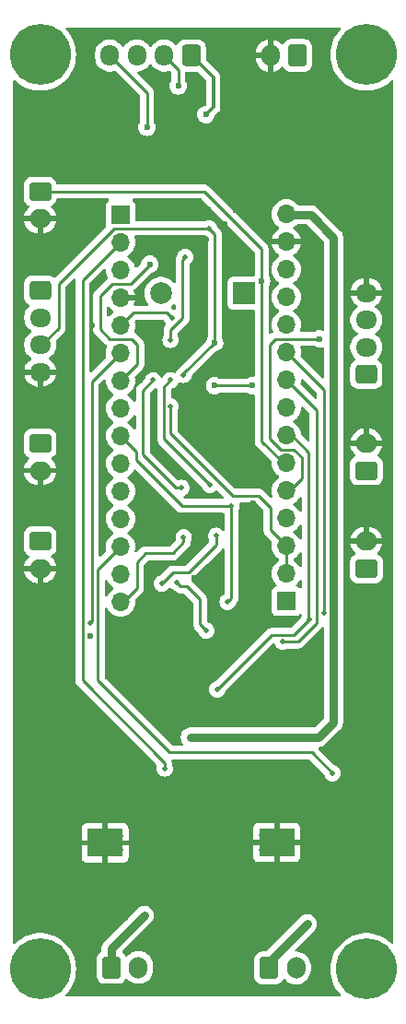
<source format=gbr>
%TF.GenerationSoftware,KiCad,Pcbnew,8.0.1*%
%TF.CreationDate,2024-06-19T16:46:37+02:00*%
%TF.ProjectId,MotorShield,4d6f746f-7253-4686-9965-6c642e6b6963,V_1*%
%TF.SameCoordinates,Original*%
%TF.FileFunction,Copper,L4,Bot*%
%TF.FilePolarity,Positive*%
%FSLAX46Y46*%
G04 Gerber Fmt 4.6, Leading zero omitted, Abs format (unit mm)*
G04 Created by KiCad (PCBNEW 8.0.1) date 2024-06-19 16:46:37*
%MOMM*%
%LPD*%
G01*
G04 APERTURE LIST*
G04 Aperture macros list*
%AMRoundRect*
0 Rectangle with rounded corners*
0 $1 Rounding radius*
0 $2 $3 $4 $5 $6 $7 $8 $9 X,Y pos of 4 corners*
0 Add a 4 corners polygon primitive as box body*
4,1,4,$2,$3,$4,$5,$6,$7,$8,$9,$2,$3,0*
0 Add four circle primitives for the rounded corners*
1,1,$1+$1,$2,$3*
1,1,$1+$1,$4,$5*
1,1,$1+$1,$6,$7*
1,1,$1+$1,$8,$9*
0 Add four rect primitives between the rounded corners*
20,1,$1+$1,$2,$3,$4,$5,0*
20,1,$1+$1,$4,$5,$6,$7,0*
20,1,$1+$1,$6,$7,$8,$9,0*
20,1,$1+$1,$8,$9,$2,$3,0*%
G04 Aperture macros list end*
%TA.AperFunction,ComponentPad*%
%ADD10C,2.000000*%
%TD*%
%TA.AperFunction,ComponentPad*%
%ADD11R,2.000000X2.000000*%
%TD*%
%TA.AperFunction,ComponentPad*%
%ADD12RoundRect,0.250000X-0.600000X-0.750000X0.600000X-0.750000X0.600000X0.750000X-0.600000X0.750000X0*%
%TD*%
%TA.AperFunction,ComponentPad*%
%ADD13O,1.700000X2.000000*%
%TD*%
%TA.AperFunction,ComponentPad*%
%ADD14RoundRect,0.250000X0.725000X-0.600000X0.725000X0.600000X-0.725000X0.600000X-0.725000X-0.600000X0*%
%TD*%
%TA.AperFunction,ComponentPad*%
%ADD15O,1.950000X1.700000*%
%TD*%
%TA.AperFunction,ComponentPad*%
%ADD16RoundRect,0.250000X-0.725000X0.600000X-0.725000X-0.600000X0.725000X-0.600000X0.725000X0.600000X0*%
%TD*%
%TA.AperFunction,ComponentPad*%
%ADD17O,2.000000X1.700000*%
%TD*%
%TA.AperFunction,ComponentPad*%
%ADD18RoundRect,0.250000X0.750000X-0.600000X0.750000X0.600000X-0.750000X0.600000X-0.750000X-0.600000X0*%
%TD*%
%TA.AperFunction,ComponentPad*%
%ADD19RoundRect,0.250000X0.600000X0.750000X-0.600000X0.750000X-0.600000X-0.750000X0.600000X-0.750000X0*%
%TD*%
%TA.AperFunction,ComponentPad*%
%ADD20R,1.700000X1.700000*%
%TD*%
%TA.AperFunction,ComponentPad*%
%ADD21O,1.700000X1.700000*%
%TD*%
%TA.AperFunction,ComponentPad*%
%ADD22RoundRect,0.250000X-0.750000X0.600000X-0.750000X-0.600000X0.750000X-0.600000X0.750000X0.600000X0*%
%TD*%
%TA.AperFunction,ComponentPad*%
%ADD23C,3.600000*%
%TD*%
%TA.AperFunction,ConnectorPad*%
%ADD24C,5.600000*%
%TD*%
%TA.AperFunction,ComponentPad*%
%ADD25C,0.630000*%
%TD*%
%TA.AperFunction,SMDPad,CuDef*%
%ADD26R,3.300000X2.600000*%
%TD*%
%TA.AperFunction,ComponentPad*%
%ADD27O,1.700000X1.950000*%
%TD*%
%TA.AperFunction,ComponentPad*%
%ADD28RoundRect,0.250000X0.600000X0.725000X-0.600000X0.725000X-0.600000X-0.725000X0.600000X-0.725000X0*%
%TD*%
%TA.AperFunction,ViaPad*%
%ADD29C,0.600000*%
%TD*%
%TA.AperFunction,ViaPad*%
%ADD30C,0.500000*%
%TD*%
%TA.AperFunction,Conductor*%
%ADD31C,0.279400*%
%TD*%
%TA.AperFunction,Conductor*%
%ADD32C,0.304800*%
%TD*%
%TA.AperFunction,Conductor*%
%ADD33C,0.762000*%
%TD*%
G04 APERTURE END LIST*
D10*
%TO.P,BZ1,2,-*%
%TO.N,Net-(BZ1--)*%
X123718000Y-77216000D03*
D11*
%TO.P,BZ1,1,+*%
%TO.N,+5V*%
X131318000Y-77216000D03*
%TD*%
D12*
%TO.P,J13,1,Pin_1*%
%TO.N,/OUTB_M2*%
X119146000Y-139146000D03*
D13*
%TO.P,J13,2,Pin_2*%
%TO.N,/OUTA_M2*%
X121646000Y-139146000D03*
%TD*%
D14*
%TO.P,J11,1,Pin_1*%
%TO.N,/ENCODER_2B*%
X142600000Y-84669000D03*
D15*
%TO.P,J11,2,Pin_2*%
%TO.N,/ENCODER_2A*%
X142600000Y-82169000D03*
%TO.P,J11,3,Pin_3*%
%TO.N,+3.3V*%
X142600000Y-79669000D03*
%TO.P,J11,4,Pin_4*%
%TO.N,GND*%
X142600000Y-77169000D03*
%TD*%
D16*
%TO.P,J7,1,Pin_1*%
%TO.N,/ENCODER_1A*%
X112600000Y-76955000D03*
D15*
%TO.P,J7,2,Pin_2*%
%TO.N,/ENCODER_1B*%
X112600000Y-79455000D03*
%TO.P,J7,3,Pin_3*%
%TO.N,+3.3V*%
X112600000Y-81955000D03*
%TO.P,J7,4,Pin_4*%
%TO.N,GND*%
X112600000Y-84455000D03*
%TD*%
D17*
%TO.P,J5,2,Pin_2*%
%TO.N,GND*%
X142600000Y-100000000D03*
D18*
%TO.P,J5,1,Pin_1*%
%TO.N,/IN_GPIO{slash}IT_3*%
X142600000Y-102500000D03*
%TD*%
D13*
%TO.P,J8,2,Pin_2*%
%TO.N,GND*%
X133771000Y-55372000D03*
D19*
%TO.P,J8,1,Pin_1*%
%TO.N,+BATT*%
X136271000Y-55372000D03*
%TD*%
D20*
%TO.P,J2,1,Pin_1*%
%TO.N,unconnected-(J2-Pin_1-Pad1)*%
X135240000Y-105500000D03*
D21*
%TO.P,J2,2,Pin_2*%
%TO.N,+3.3V*%
X135240000Y-102960000D03*
%TO.P,J2,3,Pin_3*%
X135240000Y-100420000D03*
%TO.P,J2,4,Pin_4*%
%TO.N,unconnected-(J2-Pin_4-Pad4)*%
X135240000Y-97880000D03*
%TO.P,J2,5,Pin_5*%
%TO.N,/ENCODER_2A*%
X135240000Y-95340000D03*
%TO.P,J2,6,Pin_6*%
%TO.N,/UART2-STLINK*%
X135240000Y-92800000D03*
%TO.P,J2,7,Pin_7*%
%TO.N,/ADC9*%
X135240000Y-90260000D03*
%TO.P,J2,8,Pin_8*%
%TO.N,/ENCODER_2B*%
X135240000Y-87720000D03*
%TO.P,J2,9,Pin_9*%
%TO.N,/GPIO{slash}IT_6*%
X135240000Y-85180000D03*
%TO.P,J2,10,Pin_10*%
%TO.N,/GPIO{slash}IT_5*%
X135240000Y-82640000D03*
%TO.P,J2,11,Pin_11*%
%TO.N,unconnected-(J2-Pin_11-Pad11)*%
X135240000Y-80100000D03*
%TO.P,J2,12,Pin_12*%
%TO.N,+5V*%
X135240000Y-77560000D03*
%TO.P,J2,13,Pin_13*%
%TO.N,unconnected-(J2-Pin_13-Pad13)*%
X135240000Y-75020000D03*
%TO.P,J2,14,Pin_14*%
%TO.N,GND*%
X135240000Y-72480000D03*
%TO.P,J2,15,Pin_15*%
%TO.N,VCC*%
X135240000Y-69940000D03*
%TD*%
D17*
%TO.P,J4,2,Pin_2*%
%TO.N,GND*%
X112600000Y-93500000D03*
D22*
%TO.P,J4,1,Pin_1*%
%TO.N,/IN_GPIO{slash}IT_1*%
X112600000Y-91000000D03*
%TD*%
D13*
%TO.P,J10,2,Pin_2*%
%TO.N,/OUTA_M1*%
X136144000Y-139192000D03*
D12*
%TO.P,J10,1,Pin_1*%
%TO.N,/OUTB_M1*%
X133644000Y-139192000D03*
%TD*%
D23*
%TO.P,REF\u002A\u002A,1*%
%TO.N,N/C*%
X112600000Y-55300000D03*
D24*
X112600000Y-55300000D03*
%TD*%
D17*
%TO.P,J12,2,Pin_2*%
%TO.N,GND*%
X112600000Y-70358000D03*
D22*
%TO.P,J12,1,Pin_1*%
%TO.N,/UART2-STLINK*%
X112600000Y-67858000D03*
%TD*%
D17*
%TO.P,J6,2,Pin_2*%
%TO.N,GND*%
X112600000Y-102500000D03*
D22*
%TO.P,J6,1,Pin_1*%
%TO.N,/IN_GPIO{slash}IT_2*%
X112600000Y-100000000D03*
%TD*%
D25*
%TO.P,U6,9,GND*%
%TO.N,GND*%
X117275000Y-128350000D03*
X118575000Y-128350000D03*
X119875000Y-128350000D03*
D26*
X118575000Y-127700000D03*
D25*
X117275000Y-127050000D03*
X118575000Y-127050000D03*
X119875000Y-127050000D03*
%TD*%
D20*
%TO.P,J1,1,Pin_1*%
%TO.N,/ENCODER_1A*%
X120000000Y-70000000D03*
D21*
%TO.P,J1,2,Pin_2*%
%TO.N,/PWM_2*%
X120000000Y-72540000D03*
%TO.P,J1,3,Pin_3*%
%TO.N,unconnected-(J1-Pin_3-Pad3)*%
X120000000Y-75080000D03*
%TO.P,J1,4,Pin_4*%
%TO.N,GND*%
X120000000Y-77620000D03*
%TO.P,J1,5,Pin_5*%
%TO.N,/GPIO{slash}IT_4*%
X120000000Y-80160000D03*
%TO.P,J1,6,Pin_6*%
%TO.N,/ADC15*%
X120000000Y-82700000D03*
%TO.P,J1,7,Pin_7*%
%TO.N,/UART1-RX*%
X120000000Y-85240000D03*
%TO.P,J1,8,Pin_8*%
%TO.N,/UART1-TX*%
X120000000Y-87780000D03*
%TO.P,J1,9,Pin_9*%
%TO.N,/GPIO{slash}IT_3*%
X120000000Y-90320000D03*
%TO.P,J1,10,Pin_10*%
%TO.N,unconnected-(J1-Pin_10-Pad10)*%
X120000000Y-92860000D03*
%TO.P,J1,11,Pin_11*%
%TO.N,unconnected-(J1-Pin_11-Pad11)*%
X120000000Y-95400000D03*
%TO.P,J1,12,Pin_12*%
%TO.N,/ENCODER_1B*%
X120000000Y-97940000D03*
%TO.P,J1,13,Pin_13*%
%TO.N,/PWM_1*%
X120000000Y-100480000D03*
%TO.P,J1,14,Pin_14*%
%TO.N,/GPIO{slash}IT_2*%
X120000000Y-103020000D03*
%TO.P,J1,15,Pin_15*%
%TO.N,/GPIO{slash}IT_1*%
X120000000Y-105560000D03*
%TD*%
D25*
%TO.P,U5,9,GND*%
%TO.N,GND*%
X133060000Y-128315000D03*
X134360000Y-128315000D03*
X135660000Y-128315000D03*
D26*
X134360000Y-127665000D03*
D25*
X133060000Y-127015000D03*
X134360000Y-127015000D03*
X135660000Y-127015000D03*
%TD*%
D17*
%TO.P,J3,2,Pin_2*%
%TO.N,GND*%
X142600000Y-91000000D03*
D18*
%TO.P,J3,1,Pin_1*%
%TO.N,/IN_GPIO{slash}IT_4*%
X142600000Y-93500000D03*
%TD*%
D23*
%TO.P,REF\u002A\u002A,1*%
%TO.N,N/C*%
X142600000Y-55300000D03*
D24*
X142600000Y-55300000D03*
%TD*%
D23*
%TO.P,REF\u002A\u002A,1*%
%TO.N,N/C*%
X142600000Y-139300000D03*
D24*
X142600000Y-139300000D03*
%TD*%
D27*
%TO.P,J9,4,Pin_4*%
%TO.N,GNDD-EXT*%
X118992000Y-55372000D03*
%TO.P,J9,3,Pin_3*%
%TO.N,/UART1-TX-EXT*%
X121492000Y-55372000D03*
%TO.P,J9,2,Pin_2*%
%TO.N,/UART1-RX-EXT*%
X123992000Y-55372000D03*
D28*
%TO.P,J9,1,Pin_1*%
%TO.N,+3.3V-EXT*%
X126492000Y-55372000D03*
%TD*%
D23*
%TO.P,REF\u002A\u002A,1*%
%TO.N,N/C*%
X112600000Y-139300000D03*
D24*
X112600000Y-139300000D03*
%TD*%
D29*
%TO.N,GND*%
X127635000Y-129413000D03*
X118237000Y-91567000D03*
X122936000Y-86614000D03*
X122174000Y-72517000D03*
X138176000Y-72390000D03*
X142494000Y-104140000D03*
X142494000Y-95123000D03*
X139446000Y-133350000D03*
X141986000Y-118110000D03*
X117221000Y-108712000D03*
X117348000Y-83947000D03*
X111633000Y-116967000D03*
X144399000Y-118237000D03*
X121793000Y-77089000D03*
X115316000Y-106680000D03*
X115189000Y-85090000D03*
X131445000Y-84201000D03*
X129540000Y-70866000D03*
X129794000Y-73660000D03*
X127508000Y-80010000D03*
%TO.N,/UART2-STLINK*%
X132969000Y-76073000D03*
%TO.N,/UART1-RX*%
X122682000Y-74549000D03*
%TO.N,GND*%
X126746000Y-58166000D03*
X119380000Y-117983000D03*
X134747000Y-114554000D03*
X134747000Y-116332000D03*
X128651000Y-116713000D03*
X124079000Y-125730000D03*
X119634000Y-108712000D03*
X117983000Y-59436000D03*
X138684000Y-68580000D03*
X130556000Y-69596000D03*
X142494000Y-98425000D03*
X130429000Y-133858000D03*
X138049000Y-80010000D03*
X130175000Y-55118000D03*
X131064000Y-82042000D03*
X122047000Y-111633000D03*
X122936000Y-88265000D03*
X115570000Y-77851000D03*
X143002000Y-72263000D03*
X142621000Y-75311000D03*
X111887000Y-123444000D03*
X115443000Y-99441000D03*
X121412000Y-124206000D03*
X117348000Y-80137000D03*
X141097000Y-108585000D03*
X128905000Y-109601000D03*
X131699000Y-58420000D03*
X144493664Y-134045788D03*
X123698000Y-133985000D03*
X135382000Y-62738000D03*
X116713000Y-63500000D03*
X129540000Y-78105000D03*
X132207000Y-96520000D03*
X142113000Y-114554000D03*
X141097000Y-125730000D03*
X127889000Y-72263000D03*
X112522000Y-72136000D03*
X112522000Y-86233000D03*
X122682000Y-95758000D03*
X129286000Y-103378000D03*
X115316000Y-88392000D03*
X123317000Y-66675000D03*
X130683000Y-126619000D03*
X136144000Y-134493000D03*
X142621000Y-89281000D03*
X144272000Y-112014000D03*
X126873000Y-114300000D03*
X136271000Y-66167000D03*
X131572000Y-105918000D03*
X127635000Y-126873000D03*
X114935000Y-126492000D03*
X134366000Y-59309000D03*
X138303000Y-83439000D03*
X114935000Y-121285000D03*
X144018000Y-126365000D03*
X130937000Y-94869000D03*
X127381000Y-136271000D03*
X114681000Y-133731000D03*
X137287000Y-111760000D03*
X126746000Y-116459000D03*
X112649000Y-104140000D03*
X144526000Y-59944000D03*
X120396000Y-134620000D03*
X121539000Y-121793000D03*
X137668000Y-125476000D03*
X125222000Y-66675000D03*
X128016000Y-69469000D03*
X112649000Y-95123000D03*
X137795000Y-109728000D03*
X130937000Y-122174000D03*
X117094000Y-70104000D03*
X112268000Y-59944000D03*
X140716000Y-120142000D03*
X131953000Y-88011000D03*
X137033000Y-88265000D03*
X121793000Y-85217000D03*
X129159000Y-87884000D03*
X124333000Y-75311000D03*
X142240000Y-66294000D03*
X111760000Y-131953000D03*
X111506000Y-107696000D03*
X125095000Y-108712000D03*
X141605000Y-62611000D03*
X113284000Y-109601000D03*
X126746000Y-103378000D03*
X118237000Y-96647000D03*
X142494000Y-106172000D03*
X138176000Y-75819000D03*
D30*
%TO.N,+3.3V*%
X125200000Y-103800000D03*
X128143000Y-71247000D03*
X124600000Y-87600000D03*
X127900000Y-108204000D03*
X125800000Y-84700000D03*
D29*
X128651000Y-81749000D03*
D30*
%TO.N,/UART1-TX*%
X125952250Y-73882250D03*
X124600000Y-81500000D03*
D29*
%TO.N,+3.3V-EXT*%
X127852000Y-60796000D03*
%TO.N,GNDD-EXT*%
X122428000Y-61976000D03*
D30*
%TO.N,VCC*%
X139550000Y-116650000D03*
X126400000Y-118000000D03*
%TO.N,/PWM_2*%
X124060000Y-120860000D03*
%TO.N,/GPIO{slash}IT_4*%
X124714000Y-79502000D03*
%TO.N,/GPIO{slash}IT_2*%
X123793750Y-103893750D03*
X128800000Y-99500000D03*
%TO.N,/GPIO{slash}IT_1*%
X125800000Y-99600000D03*
%TO.N,/GPIO{slash}IT_3*%
X130200000Y-96750000D03*
X129850000Y-105550000D03*
%TO.N,/PWM_1*%
X139500000Y-121300000D03*
%TO.N,/ADC15*%
X117200000Y-107500000D03*
%TO.N,/ADC9*%
X137350000Y-107150000D03*
X128900000Y-113600000D03*
D29*
%TO.N,/ENCODER_2A*%
X138303000Y-81407000D03*
D30*
%TO.N,/GPIO{slash}IT_5*%
X138700000Y-106553000D03*
%TO.N,/GPIO{slash}IT_6*%
X134900000Y-109200000D03*
%TO.N,/Avionic - GPIO/OUT_ISO_N1*%
X124600000Y-85200000D03*
X128200000Y-94800000D03*
%TO.N,/Avionic - GPIO/OUT_ISO_N2*%
X123000000Y-85200000D03*
X125600000Y-95100000D03*
D29*
%TO.N,/UART1-RX-EXT*%
X125300000Y-58166000D03*
%TO.N,/OUTB_M1*%
X137160000Y-135128000D03*
%TO.N,/OUTB_M2*%
X122174000Y-134366000D03*
%TO.N,/IN_GPIO{slash}IT_4*%
X132080000Y-85700000D03*
X128642500Y-85700000D03*
%TD*%
D31*
%TO.N,/UART2-STLINK*%
X127675000Y-67858000D02*
X112600000Y-67858000D01*
X132969000Y-73152000D02*
X127675000Y-67858000D01*
X134964000Y-92800000D02*
X132969000Y-90805000D01*
X135240000Y-92800000D02*
X134964000Y-92800000D01*
X132969000Y-90805000D02*
X132969000Y-73152000D01*
%TO.N,+3.3V*%
X128651000Y-71755000D02*
X128651000Y-81749000D01*
X128143000Y-71247000D02*
X128651000Y-71755000D01*
X112903000Y-81788000D02*
X112767000Y-81788000D01*
X114300000Y-76327000D02*
X114300000Y-80391000D01*
X112767000Y-81788000D02*
X112600000Y-81955000D01*
X119380000Y-71247000D02*
X114300000Y-76327000D01*
X114300000Y-80391000D02*
X112903000Y-81788000D01*
X128143000Y-71247000D02*
X119380000Y-71247000D01*
%TO.N,/UART1-TX*%
X124600000Y-80600000D02*
X124600000Y-81500000D01*
X125700000Y-74134500D02*
X125700000Y-79500000D01*
X125952250Y-73882250D02*
X125700000Y-74134500D01*
X125700000Y-79500000D02*
X124600000Y-80600000D01*
%TO.N,/UART1-RX*%
X119253000Y-76327000D02*
X120904000Y-76327000D01*
X120904000Y-76327000D02*
X122682000Y-74549000D01*
X118110000Y-80518000D02*
X118110000Y-77470000D01*
X118110000Y-77470000D02*
X119253000Y-76327000D01*
X118999000Y-81407000D02*
X118110000Y-80518000D01*
X121031000Y-81407000D02*
X118999000Y-81407000D01*
X121539000Y-81915000D02*
X121031000Y-81407000D01*
X121539000Y-83701000D02*
X121539000Y-81915000D01*
X120000000Y-85240000D02*
X121539000Y-83701000D01*
%TO.N,+3.3V*%
X124600000Y-87600000D02*
X124600000Y-90100000D01*
X135240000Y-100420000D02*
X135240000Y-102960000D01*
X127300000Y-107604000D02*
X127300000Y-105329000D01*
X133800000Y-96900000D02*
X133800000Y-99000000D01*
X132700000Y-95800000D02*
X133800000Y-96900000D01*
X133800000Y-99000000D02*
X135220000Y-100420000D01*
X124600000Y-90100000D02*
X130300000Y-95800000D01*
X126111000Y-104140000D02*
X125540000Y-104140000D01*
X125800000Y-84700000D02*
X125800000Y-84600000D01*
X127300000Y-105329000D02*
X126111000Y-104140000D01*
X135220000Y-100420000D02*
X135240000Y-100420000D01*
X127900000Y-108204000D02*
X127300000Y-107604000D01*
X125540000Y-104140000D02*
X125200000Y-103800000D01*
X130300000Y-95800000D02*
X132700000Y-95800000D01*
X125800000Y-84600000D02*
X128651000Y-81749000D01*
D32*
%TO.N,+3.3V-EXT*%
X127852000Y-60796000D02*
X128524000Y-60124000D01*
X128524000Y-57404000D02*
X126492000Y-55372000D01*
X128524000Y-60124000D02*
X128524000Y-57404000D01*
D31*
%TO.N,GNDD-EXT*%
X118999000Y-55372000D02*
X118992000Y-55372000D01*
X122428000Y-61976000D02*
X122428000Y-58801000D01*
X122428000Y-58801000D02*
X118999000Y-55372000D01*
D33*
%TO.N,VCC*%
X138200000Y-118000000D02*
X126400000Y-118000000D01*
X139600000Y-72100000D02*
X137500000Y-70000000D01*
X139550000Y-116650000D02*
X138200000Y-118000000D01*
X135300000Y-70000000D02*
X135240000Y-69940000D01*
X139550000Y-116650000D02*
X139600000Y-116600000D01*
X137500000Y-70000000D02*
X135300000Y-70000000D01*
X139600000Y-116600000D02*
X139600000Y-72100000D01*
D31*
%TO.N,/PWM_2*%
X124060000Y-120360000D02*
X116500000Y-112800000D01*
X124060000Y-120860000D02*
X124060000Y-120360000D01*
X116500000Y-112800000D02*
X116500000Y-76040000D01*
X116500000Y-76040000D02*
X120000000Y-72540000D01*
%TO.N,/GPIO{slash}IT_4*%
X124714000Y-79502000D02*
X124212000Y-79000000D01*
X124212000Y-79000000D02*
X121160000Y-79000000D01*
X121160000Y-79000000D02*
X120000000Y-80160000D01*
%TO.N,/GPIO{slash}IT_2*%
X128800000Y-100308000D02*
X128800000Y-99500000D01*
X126238000Y-102870000D02*
X128800000Y-100308000D01*
X124817500Y-102870000D02*
X126238000Y-102870000D01*
X123793750Y-103893750D02*
X124817500Y-102870000D01*
%TO.N,/GPIO{slash}IT_1*%
X121500000Y-104300000D02*
X121500000Y-101900000D01*
X120000000Y-105560000D02*
X120240000Y-105560000D01*
X125800000Y-100100000D02*
X125800000Y-99600000D01*
X120240000Y-105560000D02*
X121500000Y-104300000D01*
X121500000Y-101900000D02*
X122300000Y-101100000D01*
X122300000Y-101100000D02*
X124800000Y-101100000D01*
X124800000Y-101100000D02*
X125800000Y-100100000D01*
%TO.N,/GPIO{slash}IT_3*%
X121412000Y-92512000D02*
X121412000Y-91732000D01*
X130200000Y-105200000D02*
X130200000Y-96750000D01*
X121412000Y-91732000D02*
X120000000Y-90320000D01*
X130200000Y-96750000D02*
X125650000Y-96750000D01*
X125650000Y-96750000D02*
X121412000Y-92512000D01*
X129850000Y-105550000D02*
X130200000Y-105200000D01*
%TO.N,/PWM_1*%
X118000000Y-102480000D02*
X120000000Y-100480000D01*
X124500000Y-119400000D02*
X117900000Y-112800000D01*
X118000000Y-102500000D02*
X118000000Y-102480000D01*
X117900000Y-112800000D02*
X117900000Y-102600000D01*
X137600000Y-119400000D02*
X124500000Y-119400000D01*
X117900000Y-102600000D02*
X118000000Y-102500000D01*
X139500000Y-121300000D02*
X137600000Y-119400000D01*
%TO.N,/ADC15*%
X117348000Y-107352000D02*
X117348000Y-85352000D01*
X117200000Y-107500000D02*
X117348000Y-107352000D01*
X117348000Y-85352000D02*
X120000000Y-82700000D01*
%TO.N,/ADC9*%
X137300000Y-107100000D02*
X137300000Y-91834000D01*
X133900000Y-108600000D02*
X128900000Y-113600000D01*
X137350000Y-107150000D02*
X135900000Y-108600000D01*
X137300000Y-91834000D02*
X135726000Y-90260000D01*
X135900000Y-108600000D02*
X133900000Y-108600000D01*
X137350000Y-107150000D02*
X137300000Y-107100000D01*
X135726000Y-90260000D02*
X135240000Y-90260000D01*
%TO.N,/ENCODER_2A*%
X135240000Y-95340000D02*
X135240000Y-94600000D01*
X135240000Y-95340000D02*
X135546000Y-95340000D01*
X136641513Y-94244487D02*
X136641513Y-92265500D01*
X134747000Y-91567000D02*
X133731000Y-90551000D01*
X133731000Y-90551000D02*
X133731000Y-81915000D01*
X133731000Y-81915000D02*
X134239000Y-81407000D01*
X135943013Y-91567000D02*
X134747000Y-91567000D01*
X134239000Y-81407000D02*
X138303000Y-81407000D01*
X136641513Y-92265500D02*
X135943013Y-91567000D01*
X135546000Y-95340000D02*
X136641513Y-94244487D01*
%TO.N,/GPIO{slash}IT_5*%
X138700000Y-86100000D02*
X135240000Y-82640000D01*
X138700000Y-106553000D02*
X138700000Y-86100000D01*
%TO.N,/GPIO{slash}IT_6*%
X136300000Y-109200000D02*
X138000000Y-107500000D01*
X138000000Y-87940000D02*
X135240000Y-85180000D01*
X138000000Y-107500000D02*
X138000000Y-87940000D01*
X134900000Y-109200000D02*
X136300000Y-109200000D01*
%TO.N,/Avionic - GPIO/OUT_ISO_N1*%
X124000000Y-90600000D02*
X124000000Y-85800000D01*
X128200000Y-94800000D02*
X124000000Y-90600000D01*
X124000000Y-85800000D02*
X124600000Y-85200000D01*
%TO.N,/Avionic - GPIO/OUT_ISO_N2*%
X125100000Y-95100000D02*
X122047000Y-92047000D01*
X125600000Y-95100000D02*
X125100000Y-95100000D01*
X122047000Y-92047000D02*
X122047000Y-86153000D01*
X122047000Y-86153000D02*
X123000000Y-85200000D01*
%TO.N,/UART1-RX-EXT*%
X125300000Y-56680000D02*
X123992000Y-55372000D01*
X125300000Y-58166000D02*
X125300000Y-56680000D01*
D33*
%TO.N,/OUTB_M1*%
X137160000Y-135128000D02*
X133644000Y-138644000D01*
X133644000Y-138644000D02*
X133644000Y-139192000D01*
%TO.N,/OUTB_M2*%
X122174000Y-134366000D02*
X119146000Y-137394000D01*
X119146000Y-137394000D02*
X119146000Y-139146000D01*
D31*
%TO.N,/IN_GPIO{slash}IT_4*%
X132080000Y-85700000D02*
X128642500Y-85700000D01*
%TD*%
%TA.AperFunction,Conductor*%
%TO.N,GND*%
G36*
X121393420Y-93402517D02*
G01*
X121413237Y-93418617D01*
X125241892Y-97247273D01*
X125241896Y-97247276D01*
X125346747Y-97317336D01*
X125346748Y-97317336D01*
X125346752Y-97317339D01*
X125402613Y-97340477D01*
X125463260Y-97365598D01*
X125586941Y-97390199D01*
X125586945Y-97390200D01*
X125586946Y-97390200D01*
X125713054Y-97390200D01*
X129435800Y-97390200D01*
X129502839Y-97409885D01*
X129548594Y-97462689D01*
X129559800Y-97514200D01*
X129559800Y-98899071D01*
X129540115Y-98966110D01*
X129487311Y-99011865D01*
X129418153Y-99021809D01*
X129354597Y-98992784D01*
X129348119Y-98986752D01*
X129270890Y-98909523D01*
X129270884Y-98909518D01*
X129127697Y-98819547D01*
X129127694Y-98819545D01*
X128968056Y-98763685D01*
X128800003Y-98744751D01*
X128799997Y-98744751D01*
X128631943Y-98763685D01*
X128472305Y-98819545D01*
X128472302Y-98819547D01*
X128329115Y-98909518D01*
X128329109Y-98909523D01*
X128209523Y-99029109D01*
X128209518Y-99029115D01*
X128119547Y-99172302D01*
X128119545Y-99172305D01*
X128063685Y-99331943D01*
X128044751Y-99499997D01*
X128044751Y-99500002D01*
X128063686Y-99668057D01*
X128119542Y-99827687D01*
X128119544Y-99827690D01*
X128140793Y-99861507D01*
X128159800Y-99927479D01*
X128159800Y-99991458D01*
X128140115Y-100058497D01*
X128123481Y-100079139D01*
X126009139Y-102193481D01*
X125947816Y-102226966D01*
X125921458Y-102229800D01*
X124754441Y-102229800D01*
X124630765Y-102254400D01*
X124630753Y-102254404D01*
X124597716Y-102268088D01*
X124582501Y-102274391D01*
X124514256Y-102302658D01*
X124514254Y-102302659D01*
X124409395Y-102372723D01*
X123644152Y-103137966D01*
X123597426Y-103167326D01*
X123466061Y-103213293D01*
X123466050Y-103213298D01*
X123322865Y-103303268D01*
X123322859Y-103303273D01*
X123203273Y-103422859D01*
X123203268Y-103422865D01*
X123113297Y-103566052D01*
X123113295Y-103566055D01*
X123057435Y-103725693D01*
X123038501Y-103893747D01*
X123038501Y-103893752D01*
X123057435Y-104061806D01*
X123113295Y-104221444D01*
X123113297Y-104221447D01*
X123203268Y-104364634D01*
X123203273Y-104364640D01*
X123322859Y-104484226D01*
X123322865Y-104484231D01*
X123466052Y-104574202D01*
X123466055Y-104574204D01*
X123466059Y-104574205D01*
X123466060Y-104574206D01*
X123538663Y-104599610D01*
X123625693Y-104630064D01*
X123793747Y-104648999D01*
X123793750Y-104648999D01*
X123793753Y-104648999D01*
X123961806Y-104630064D01*
X123961809Y-104630063D01*
X124121440Y-104574206D01*
X124121442Y-104574204D01*
X124121444Y-104574204D01*
X124121447Y-104574202D01*
X124264634Y-104484231D01*
X124264635Y-104484230D01*
X124264640Y-104484227D01*
X124384227Y-104364640D01*
X124424614Y-104300363D01*
X124476947Y-104254073D01*
X124546000Y-104243424D01*
X124609849Y-104271799D01*
X124617288Y-104278655D01*
X124729109Y-104390476D01*
X124729115Y-104390481D01*
X124872302Y-104480452D01*
X124872307Y-104480455D01*
X124872310Y-104480456D01*
X125003677Y-104526423D01*
X125050401Y-104555781D01*
X125096736Y-104602116D01*
X125131897Y-104637277D01*
X125236747Y-104707336D01*
X125236748Y-104707336D01*
X125236752Y-104707339D01*
X125304999Y-104735607D01*
X125305000Y-104735608D01*
X125305001Y-104735608D01*
X125353260Y-104755598D01*
X125373772Y-104759677D01*
X125373780Y-104759681D01*
X125373781Y-104759679D01*
X125476944Y-104780201D01*
X125476946Y-104780201D01*
X125609168Y-104780201D01*
X125609188Y-104780200D01*
X125794458Y-104780200D01*
X125861497Y-104799885D01*
X125882139Y-104816519D01*
X126623481Y-105557861D01*
X126656966Y-105619184D01*
X126659800Y-105645542D01*
X126659800Y-107667058D01*
X126684400Y-107790734D01*
X126684401Y-107790738D01*
X126684402Y-107790740D01*
X126690111Y-107804523D01*
X126732658Y-107907243D01*
X126732659Y-107907245D01*
X126802723Y-108012104D01*
X126802726Y-108012107D01*
X127144214Y-108353594D01*
X127173574Y-108400320D01*
X127219542Y-108531689D01*
X127219543Y-108531691D01*
X127309518Y-108674884D01*
X127309523Y-108674890D01*
X127429109Y-108794476D01*
X127429115Y-108794481D01*
X127572302Y-108884452D01*
X127572305Y-108884454D01*
X127572309Y-108884455D01*
X127572310Y-108884456D01*
X127644913Y-108909860D01*
X127731943Y-108940314D01*
X127899997Y-108959249D01*
X127900000Y-108959249D01*
X127900003Y-108959249D01*
X128068056Y-108940314D01*
X128068059Y-108940313D01*
X128227690Y-108884456D01*
X128227692Y-108884454D01*
X128227694Y-108884454D01*
X128227697Y-108884452D01*
X128370884Y-108794481D01*
X128370885Y-108794480D01*
X128370890Y-108794477D01*
X128490477Y-108674890D01*
X128580452Y-108531697D01*
X128580454Y-108531694D01*
X128580455Y-108531691D01*
X128580456Y-108531690D01*
X128636313Y-108372059D01*
X128636313Y-108372058D01*
X128636314Y-108372056D01*
X128655249Y-108204002D01*
X128655249Y-108203997D01*
X128636314Y-108035943D01*
X128591581Y-107908104D01*
X128580456Y-107876310D01*
X128580455Y-107876309D01*
X128580454Y-107876305D01*
X128580452Y-107876302D01*
X128490481Y-107733115D01*
X128490476Y-107733109D01*
X128370890Y-107613523D01*
X128370884Y-107613518D01*
X128227691Y-107523543D01*
X128227689Y-107523542D01*
X128096320Y-107477574D01*
X128049594Y-107448214D01*
X127976519Y-107375139D01*
X127943034Y-107313816D01*
X127940200Y-107287458D01*
X127940200Y-105265945D01*
X127940199Y-105265941D01*
X127931520Y-105222310D01*
X127915598Y-105142260D01*
X127867477Y-105026086D01*
X127867339Y-105025752D01*
X127867338Y-105025750D01*
X127867337Y-105025748D01*
X127797276Y-104920896D01*
X127797273Y-104920892D01*
X126514797Y-103638416D01*
X126515780Y-103637432D01*
X126480405Y-103585503D01*
X126478532Y-103515659D01*
X126514717Y-103455889D01*
X126539959Y-103438028D01*
X126541244Y-103437340D01*
X126541248Y-103437339D01*
X126646104Y-103367276D01*
X127924783Y-102088597D01*
X129297270Y-100716111D01*
X129297271Y-100716108D01*
X129297276Y-100716104D01*
X129332699Y-100663089D01*
X129386311Y-100618286D01*
X129455636Y-100609579D01*
X129518663Y-100639734D01*
X129555382Y-100699177D01*
X129559800Y-100731982D01*
X129559800Y-104777455D01*
X129540115Y-104844494D01*
X129501772Y-104882449D01*
X129379109Y-104959523D01*
X129259523Y-105079109D01*
X129259518Y-105079115D01*
X129169547Y-105222302D01*
X129169545Y-105222305D01*
X129113685Y-105381943D01*
X129094751Y-105549997D01*
X129094751Y-105550002D01*
X129113685Y-105718056D01*
X129169545Y-105877694D01*
X129169547Y-105877697D01*
X129259518Y-106020884D01*
X129259523Y-106020890D01*
X129379109Y-106140476D01*
X129379115Y-106140481D01*
X129522302Y-106230452D01*
X129522305Y-106230454D01*
X129522309Y-106230455D01*
X129522310Y-106230456D01*
X129594913Y-106255860D01*
X129681943Y-106286314D01*
X129849997Y-106305249D01*
X129850000Y-106305249D01*
X129850003Y-106305249D01*
X130018056Y-106286314D01*
X130018059Y-106286313D01*
X130177690Y-106230456D01*
X130177692Y-106230454D01*
X130177694Y-106230454D01*
X130177697Y-106230452D01*
X130320884Y-106140481D01*
X130320885Y-106140480D01*
X130320890Y-106140477D01*
X130440477Y-106020890D01*
X130530454Y-105877694D01*
X130530455Y-105877692D01*
X130559249Y-105795403D01*
X130576423Y-105746321D01*
X130605781Y-105699598D01*
X130697276Y-105608104D01*
X130767339Y-105503248D01*
X130809501Y-105401459D01*
X130815598Y-105386740D01*
X130823801Y-105345496D01*
X130827960Y-105324593D01*
X130827960Y-105324591D01*
X130840201Y-105263055D01*
X130840201Y-105131836D01*
X130840200Y-105131810D01*
X130840200Y-97177479D01*
X130859206Y-97111507D01*
X130880456Y-97077690D01*
X130936313Y-96918059D01*
X130955249Y-96750000D01*
X130951531Y-96716998D01*
X130935879Y-96578084D01*
X130947933Y-96509262D01*
X130995282Y-96457882D01*
X131059099Y-96440200D01*
X132383458Y-96440200D01*
X132450497Y-96459885D01*
X132471139Y-96476519D01*
X133123481Y-97128861D01*
X133156966Y-97190184D01*
X133159800Y-97216542D01*
X133159800Y-99063058D01*
X133184400Y-99186733D01*
X133184401Y-99186735D01*
X133184402Y-99186740D01*
X133196134Y-99215063D01*
X133196135Y-99215065D01*
X133196134Y-99215065D01*
X133232657Y-99303241D01*
X133232664Y-99303254D01*
X133302723Y-99408103D01*
X133302726Y-99408107D01*
X133891142Y-99996521D01*
X133924627Y-100057844D01*
X133923236Y-100116293D01*
X133904937Y-100184589D01*
X133904937Y-100184590D01*
X133884341Y-100419999D01*
X133884341Y-100420000D01*
X133904936Y-100655403D01*
X133904938Y-100655413D01*
X133966094Y-100883655D01*
X133966096Y-100883659D01*
X133966097Y-100883663D01*
X134032730Y-101026558D01*
X134065965Y-101097830D01*
X134065967Y-101097834D01*
X134201501Y-101291395D01*
X134201506Y-101291402D01*
X134368597Y-101458493D01*
X134368603Y-101458498D01*
X134546923Y-101583359D01*
X134590548Y-101637936D01*
X134599800Y-101684934D01*
X134599800Y-101695066D01*
X134580115Y-101762105D01*
X134546923Y-101796641D01*
X134368597Y-101921505D01*
X134201505Y-102088597D01*
X134065965Y-102282169D01*
X134065964Y-102282171D01*
X133966098Y-102496335D01*
X133966094Y-102496344D01*
X133904938Y-102724586D01*
X133904936Y-102724596D01*
X133884341Y-102959999D01*
X133884341Y-102960000D01*
X133904936Y-103195403D01*
X133904938Y-103195413D01*
X133966094Y-103423655D01*
X133966096Y-103423659D01*
X133966097Y-103423663D01*
X134044560Y-103591927D01*
X134065965Y-103637830D01*
X134065967Y-103637834D01*
X134107977Y-103697830D01*
X134201501Y-103831396D01*
X134201506Y-103831402D01*
X134323430Y-103953326D01*
X134356915Y-104014649D01*
X134351931Y-104084341D01*
X134310059Y-104140274D01*
X134279083Y-104157189D01*
X134147669Y-104206203D01*
X134147664Y-104206206D01*
X134032455Y-104292452D01*
X134032452Y-104292455D01*
X133946206Y-104407664D01*
X133946202Y-104407671D01*
X133895908Y-104542517D01*
X133889501Y-104602116D01*
X133889500Y-104602135D01*
X133889500Y-106397870D01*
X133889501Y-106397876D01*
X133895908Y-106457483D01*
X133946202Y-106592328D01*
X133946206Y-106592335D01*
X134032452Y-106707544D01*
X134032455Y-106707547D01*
X134147664Y-106793793D01*
X134147671Y-106793797D01*
X134282517Y-106844091D01*
X134282516Y-106844091D01*
X134289444Y-106844835D01*
X134342127Y-106850500D01*
X136137872Y-106850499D01*
X136197483Y-106844091D01*
X136332331Y-106793796D01*
X136447546Y-106707546D01*
X136447548Y-106707542D01*
X136448119Y-106706973D01*
X136448831Y-106706583D01*
X136454645Y-106702232D01*
X136455270Y-106703067D01*
X136509442Y-106673488D01*
X136579134Y-106678472D01*
X136635067Y-106720344D01*
X136659484Y-106785808D01*
X136659800Y-106794654D01*
X136659800Y-106829088D01*
X136652841Y-106870043D01*
X136623576Y-106953676D01*
X136594216Y-107000402D01*
X135671139Y-107923481D01*
X135609816Y-107956966D01*
X135583458Y-107959800D01*
X133836941Y-107959800D01*
X133713266Y-107984400D01*
X133713255Y-107984403D01*
X133682178Y-107997275D01*
X133682179Y-107997276D01*
X133596748Y-108032662D01*
X133491896Y-108102723D01*
X133491892Y-108102726D01*
X128750402Y-112844216D01*
X128703676Y-112873576D01*
X128572311Y-112919543D01*
X128572300Y-112919548D01*
X128429115Y-113009518D01*
X128429109Y-113009523D01*
X128309523Y-113129109D01*
X128309518Y-113129115D01*
X128219547Y-113272302D01*
X128219545Y-113272305D01*
X128163685Y-113431943D01*
X128144751Y-113599997D01*
X128144751Y-113600002D01*
X128163685Y-113768056D01*
X128219545Y-113927694D01*
X128219547Y-113927697D01*
X128309518Y-114070884D01*
X128309523Y-114070890D01*
X128429109Y-114190476D01*
X128429115Y-114190481D01*
X128572302Y-114280452D01*
X128572305Y-114280454D01*
X128572309Y-114280455D01*
X128572310Y-114280456D01*
X128644913Y-114305860D01*
X128731943Y-114336314D01*
X128899997Y-114355249D01*
X128900000Y-114355249D01*
X128900003Y-114355249D01*
X129068056Y-114336314D01*
X129068059Y-114336313D01*
X129227690Y-114280456D01*
X129227692Y-114280454D01*
X129227694Y-114280454D01*
X129227697Y-114280452D01*
X129370884Y-114190481D01*
X129370885Y-114190480D01*
X129370890Y-114190477D01*
X129490477Y-114070890D01*
X129580454Y-113927694D01*
X129580456Y-113927689D01*
X129626423Y-113796321D01*
X129655781Y-113749597D01*
X133991389Y-109413989D01*
X134052710Y-109380506D01*
X134122402Y-109385490D01*
X134178335Y-109427362D01*
X134196110Y-109460718D01*
X134219544Y-109527692D01*
X134219547Y-109527697D01*
X134309518Y-109670884D01*
X134309523Y-109670890D01*
X134429108Y-109790475D01*
X134429115Y-109790481D01*
X134572302Y-109880452D01*
X134572305Y-109880454D01*
X134572309Y-109880455D01*
X134572310Y-109880456D01*
X134644913Y-109905860D01*
X134731943Y-109936314D01*
X134899997Y-109955249D01*
X134900000Y-109955249D01*
X134900003Y-109955249D01*
X135068056Y-109936314D01*
X135068059Y-109936313D01*
X135227690Y-109880456D01*
X135261508Y-109859207D01*
X135327481Y-109840200D01*
X136363055Y-109840200D01*
X136363056Y-109840199D01*
X136486740Y-109815598D01*
X136547387Y-109790477D01*
X136603248Y-109767339D01*
X136708104Y-109697276D01*
X138497276Y-107908104D01*
X138497278Y-107908100D01*
X138498646Y-107906435D01*
X138499586Y-107905794D01*
X138501584Y-107903797D01*
X138501962Y-107904175D01*
X138556391Y-107867100D01*
X138626236Y-107865229D01*
X138686005Y-107901416D01*
X138716721Y-107964171D01*
X138718500Y-107985099D01*
X138718500Y-116183508D01*
X138698815Y-116250547D01*
X138682181Y-116271189D01*
X137871189Y-117082181D01*
X137809866Y-117115666D01*
X137783508Y-117118500D01*
X126313178Y-117118500D01*
X126142881Y-117152374D01*
X126142871Y-117152377D01*
X125982459Y-117218821D01*
X125982446Y-117218828D01*
X125838077Y-117315293D01*
X125838073Y-117315296D01*
X125715296Y-117438073D01*
X125715293Y-117438077D01*
X125618828Y-117582446D01*
X125618821Y-117582459D01*
X125552377Y-117742871D01*
X125552374Y-117742881D01*
X125518500Y-117913177D01*
X125518500Y-117913180D01*
X125518500Y-118086820D01*
X125518500Y-118086822D01*
X125518499Y-118086822D01*
X125552374Y-118257118D01*
X125552377Y-118257128D01*
X125618821Y-118417540D01*
X125618828Y-118417553D01*
X125718625Y-118566909D01*
X125739503Y-118633587D01*
X125721018Y-118700967D01*
X125669040Y-118747657D01*
X125615523Y-118759800D01*
X124816542Y-118759800D01*
X124749503Y-118740115D01*
X124728861Y-118723481D01*
X118576519Y-112571139D01*
X118543034Y-112509816D01*
X118540200Y-112483458D01*
X118540200Y-106184332D01*
X118559885Y-106117293D01*
X118612689Y-106071538D01*
X118681847Y-106061594D01*
X118745403Y-106090619D01*
X118776580Y-106131925D01*
X118822525Y-106230452D01*
X118825965Y-106237830D01*
X118825967Y-106237834D01*
X118873172Y-106305249D01*
X118961505Y-106431401D01*
X119128599Y-106598495D01*
X119225384Y-106666265D01*
X119322165Y-106734032D01*
X119322167Y-106734033D01*
X119322170Y-106734035D01*
X119536337Y-106833903D01*
X119536343Y-106833904D01*
X119536344Y-106833905D01*
X119591285Y-106848626D01*
X119764592Y-106895063D01*
X119952918Y-106911539D01*
X119999999Y-106915659D01*
X120000000Y-106915659D01*
X120000001Y-106915659D01*
X120039234Y-106912226D01*
X120235408Y-106895063D01*
X120463663Y-106833903D01*
X120677830Y-106734035D01*
X120871401Y-106598495D01*
X121038495Y-106431401D01*
X121174035Y-106237830D01*
X121273903Y-106023663D01*
X121335063Y-105795408D01*
X121355659Y-105560000D01*
X121343780Y-105424237D01*
X121357546Y-105355741D01*
X121379624Y-105325755D01*
X121997276Y-104708104D01*
X122067339Y-104603248D01*
X122099605Y-104525348D01*
X122107434Y-104506449D01*
X122107436Y-104506443D01*
X122115598Y-104486740D01*
X122140200Y-104363054D01*
X122140200Y-102216542D01*
X122159885Y-102149503D01*
X122176519Y-102128861D01*
X122528861Y-101776519D01*
X122590184Y-101743034D01*
X122616542Y-101740200D01*
X124863055Y-101740200D01*
X124863056Y-101740199D01*
X124986740Y-101715598D01*
X125039116Y-101693903D01*
X125103248Y-101667339D01*
X125208104Y-101597276D01*
X126297276Y-100508104D01*
X126367339Y-100403248D01*
X126412897Y-100293261D01*
X126415598Y-100286740D01*
X126421862Y-100255249D01*
X126435917Y-100184590D01*
X126440201Y-100163056D01*
X126440201Y-100031836D01*
X126440200Y-100031810D01*
X126440200Y-100027479D01*
X126459206Y-99961507D01*
X126480456Y-99927690D01*
X126536313Y-99768059D01*
X126545799Y-99683870D01*
X126555249Y-99600002D01*
X126555249Y-99599997D01*
X126536314Y-99431943D01*
X126491284Y-99303254D01*
X126480456Y-99272310D01*
X126480455Y-99272309D01*
X126480454Y-99272305D01*
X126480452Y-99272302D01*
X126390481Y-99129115D01*
X126390476Y-99129109D01*
X126270890Y-99009523D01*
X126270884Y-99009518D01*
X126127697Y-98919547D01*
X126127694Y-98919545D01*
X125968056Y-98863685D01*
X125800003Y-98844751D01*
X125799997Y-98844751D01*
X125631943Y-98863685D01*
X125472305Y-98919545D01*
X125472302Y-98919547D01*
X125329115Y-99009518D01*
X125329109Y-99009523D01*
X125209523Y-99129109D01*
X125209518Y-99129115D01*
X125119547Y-99272302D01*
X125119545Y-99272305D01*
X125063685Y-99431943D01*
X125044751Y-99599997D01*
X125044751Y-99600002D01*
X125063686Y-99768056D01*
X125080172Y-99815172D01*
X125083733Y-99884951D01*
X125050811Y-99943807D01*
X124571139Y-100423481D01*
X124509816Y-100456966D01*
X124483458Y-100459800D01*
X122236941Y-100459800D01*
X122113265Y-100484400D01*
X122113253Y-100484404D01*
X122080216Y-100498088D01*
X122065001Y-100504391D01*
X121996756Y-100532658D01*
X121996754Y-100532659D01*
X121891895Y-100602723D01*
X121499725Y-100994893D01*
X121438402Y-101028378D01*
X121368710Y-101023394D01*
X121312777Y-100981522D01*
X121288360Y-100916058D01*
X121292269Y-100875119D01*
X121325044Y-100752799D01*
X121335063Y-100715408D01*
X121355659Y-100480000D01*
X121335063Y-100244592D01*
X121279425Y-100036946D01*
X121273905Y-100016344D01*
X121273904Y-100016343D01*
X121273903Y-100016337D01*
X121174035Y-99802171D01*
X121156359Y-99776926D01*
X121038494Y-99608597D01*
X120871402Y-99441506D01*
X120871396Y-99441501D01*
X120685842Y-99311575D01*
X120642217Y-99256998D01*
X120635023Y-99187500D01*
X120666546Y-99125145D01*
X120685842Y-99108425D01*
X120747652Y-99065145D01*
X120871401Y-98978495D01*
X121038495Y-98811401D01*
X121174035Y-98617830D01*
X121273903Y-98403663D01*
X121335063Y-98175408D01*
X121355659Y-97940000D01*
X121335063Y-97704592D01*
X121273903Y-97476337D01*
X121174035Y-97262171D01*
X121163606Y-97247276D01*
X121038494Y-97068597D01*
X120871402Y-96901506D01*
X120871396Y-96901501D01*
X120685842Y-96771575D01*
X120642217Y-96716998D01*
X120635023Y-96647500D01*
X120666546Y-96585145D01*
X120685842Y-96568425D01*
X120770335Y-96509262D01*
X120871401Y-96438495D01*
X121038495Y-96271401D01*
X121174035Y-96077830D01*
X121273903Y-95863663D01*
X121335063Y-95635408D01*
X121355659Y-95400000D01*
X121335063Y-95164592D01*
X121273903Y-94936337D01*
X121174035Y-94722171D01*
X121153407Y-94692710D01*
X121038494Y-94528597D01*
X120871402Y-94361506D01*
X120871396Y-94361501D01*
X120685842Y-94231575D01*
X120642217Y-94176998D01*
X120635023Y-94107500D01*
X120666546Y-94045145D01*
X120685842Y-94028425D01*
X120726437Y-94000000D01*
X120871401Y-93898495D01*
X121038495Y-93731401D01*
X121174035Y-93537830D01*
X121213176Y-93453891D01*
X121259345Y-93401455D01*
X121326538Y-93382302D01*
X121393420Y-93402517D01*
G37*
%TD.AperFunction*%
%TA.AperFunction,Conductor*%
G36*
X118564879Y-85143011D02*
G01*
X118620813Y-85184882D01*
X118645074Y-85248385D01*
X118664936Y-85475403D01*
X118664938Y-85475413D01*
X118726094Y-85703655D01*
X118726096Y-85703659D01*
X118726097Y-85703663D01*
X118799796Y-85861710D01*
X118825965Y-85917830D01*
X118825967Y-85917834D01*
X118961501Y-86111395D01*
X118961506Y-86111402D01*
X119128597Y-86278493D01*
X119128603Y-86278498D01*
X119314158Y-86408425D01*
X119357783Y-86463002D01*
X119364977Y-86532500D01*
X119333454Y-86594855D01*
X119314158Y-86611575D01*
X119128597Y-86741505D01*
X118961505Y-86908597D01*
X118825965Y-87102169D01*
X118825964Y-87102171D01*
X118726098Y-87316335D01*
X118726094Y-87316344D01*
X118664938Y-87544586D01*
X118664936Y-87544596D01*
X118644341Y-87779999D01*
X118644341Y-87780000D01*
X118664936Y-88015403D01*
X118664938Y-88015413D01*
X118726094Y-88243655D01*
X118726096Y-88243659D01*
X118726097Y-88243663D01*
X118797988Y-88397834D01*
X118825965Y-88457830D01*
X118825967Y-88457834D01*
X118961501Y-88651395D01*
X118961506Y-88651402D01*
X119128597Y-88818493D01*
X119128603Y-88818498D01*
X119314158Y-88948425D01*
X119357783Y-89003002D01*
X119364977Y-89072500D01*
X119333454Y-89134855D01*
X119314158Y-89151575D01*
X119128597Y-89281505D01*
X118961505Y-89448597D01*
X118825965Y-89642169D01*
X118825964Y-89642171D01*
X118726098Y-89856335D01*
X118726094Y-89856344D01*
X118664938Y-90084586D01*
X118664936Y-90084596D01*
X118644341Y-90319999D01*
X118644341Y-90320000D01*
X118664936Y-90555403D01*
X118664938Y-90555413D01*
X118726094Y-90783655D01*
X118726096Y-90783659D01*
X118726097Y-90783663D01*
X118796282Y-90934174D01*
X118825965Y-90997830D01*
X118825967Y-90997834D01*
X118961501Y-91191395D01*
X118961506Y-91191402D01*
X119128597Y-91358493D01*
X119128603Y-91358498D01*
X119314158Y-91488425D01*
X119357783Y-91543002D01*
X119364977Y-91612500D01*
X119333454Y-91674855D01*
X119314158Y-91691575D01*
X119128597Y-91821505D01*
X118961505Y-91988597D01*
X118825965Y-92182169D01*
X118825964Y-92182171D01*
X118726098Y-92396335D01*
X118726094Y-92396344D01*
X118664938Y-92624586D01*
X118664936Y-92624596D01*
X118644341Y-92859999D01*
X118644341Y-92860000D01*
X118664936Y-93095403D01*
X118664938Y-93095413D01*
X118726094Y-93323655D01*
X118726096Y-93323659D01*
X118726097Y-93323663D01*
X118797988Y-93477834D01*
X118825965Y-93537830D01*
X118825967Y-93537834D01*
X118961501Y-93731395D01*
X118961506Y-93731402D01*
X119128597Y-93898493D01*
X119128603Y-93898498D01*
X119314158Y-94028425D01*
X119357783Y-94083002D01*
X119364977Y-94152500D01*
X119333454Y-94214855D01*
X119314158Y-94231575D01*
X119128597Y-94361505D01*
X118961505Y-94528597D01*
X118825965Y-94722169D01*
X118825964Y-94722171D01*
X118726098Y-94936335D01*
X118726094Y-94936344D01*
X118664938Y-95164586D01*
X118664936Y-95164596D01*
X118644341Y-95399999D01*
X118644341Y-95400000D01*
X118664936Y-95635403D01*
X118664938Y-95635413D01*
X118726094Y-95863655D01*
X118726096Y-95863659D01*
X118726097Y-95863663D01*
X118797988Y-96017834D01*
X118825965Y-96077830D01*
X118825967Y-96077834D01*
X118961501Y-96271395D01*
X118961506Y-96271402D01*
X119128597Y-96438493D01*
X119128603Y-96438498D01*
X119314158Y-96568425D01*
X119357783Y-96623002D01*
X119364977Y-96692500D01*
X119333454Y-96754855D01*
X119314158Y-96771575D01*
X119128597Y-96901505D01*
X118961505Y-97068597D01*
X118825965Y-97262169D01*
X118825964Y-97262171D01*
X118726098Y-97476335D01*
X118726094Y-97476344D01*
X118664938Y-97704586D01*
X118664936Y-97704596D01*
X118644341Y-97939999D01*
X118644341Y-97940000D01*
X118664936Y-98175403D01*
X118664938Y-98175413D01*
X118726094Y-98403655D01*
X118726096Y-98403659D01*
X118726097Y-98403663D01*
X118797988Y-98557834D01*
X118825965Y-98617830D01*
X118825967Y-98617834D01*
X118961501Y-98811395D01*
X118961506Y-98811402D01*
X119128597Y-98978493D01*
X119128603Y-98978498D01*
X119314158Y-99108425D01*
X119357783Y-99163002D01*
X119364977Y-99232500D01*
X119333454Y-99294855D01*
X119314158Y-99311575D01*
X119128597Y-99441505D01*
X118961505Y-99608597D01*
X118825965Y-99802169D01*
X118825964Y-99802171D01*
X118726098Y-100016335D01*
X118726094Y-100016344D01*
X118664938Y-100244586D01*
X118664936Y-100244596D01*
X118644341Y-100479999D01*
X118644341Y-100480000D01*
X118664937Y-100715408D01*
X118687462Y-100799477D01*
X118685799Y-100869327D01*
X118655368Y-100919250D01*
X118199881Y-101374738D01*
X118138558Y-101408223D01*
X118068867Y-101403239D01*
X118012933Y-101361368D01*
X117988516Y-101295903D01*
X117988200Y-101287057D01*
X117988200Y-85668540D01*
X118007885Y-85601501D01*
X118024515Y-85580863D01*
X118433868Y-85171510D01*
X118495188Y-85138027D01*
X118564879Y-85143011D01*
G37*
%TD.AperFunction*%
%TA.AperFunction,Conductor*%
G36*
X123279134Y-85928759D02*
G01*
X123335067Y-85970631D01*
X123359484Y-86036095D01*
X123359800Y-86044941D01*
X123359800Y-90663054D01*
X123378541Y-90757276D01*
X123378541Y-90757278D01*
X123384399Y-90786732D01*
X123384402Y-90786741D01*
X123432661Y-90903248D01*
X123432662Y-90903250D01*
X123502723Y-91008103D01*
X123502726Y-91008107D01*
X127444214Y-94949594D01*
X127473574Y-94996320D01*
X127519542Y-95127689D01*
X127519543Y-95127691D01*
X127609518Y-95270884D01*
X127609523Y-95270890D01*
X127729109Y-95390476D01*
X127729115Y-95390481D01*
X127872302Y-95480452D01*
X127872305Y-95480454D01*
X127872309Y-95480455D01*
X127872310Y-95480456D01*
X127944913Y-95505860D01*
X128031943Y-95536314D01*
X128199997Y-95555249D01*
X128200000Y-95555249D01*
X128200003Y-95555249D01*
X128368056Y-95536314D01*
X128368059Y-95536313D01*
X128527690Y-95480456D01*
X128527692Y-95480454D01*
X128527694Y-95480454D01*
X128527697Y-95480452D01*
X128670884Y-95390481D01*
X128670885Y-95390480D01*
X128670890Y-95390477D01*
X128740313Y-95321054D01*
X128801636Y-95287569D01*
X128871328Y-95292553D01*
X128915675Y-95321054D01*
X129492740Y-95898119D01*
X129526225Y-95959442D01*
X129521241Y-96029134D01*
X129479369Y-96085067D01*
X129413905Y-96109484D01*
X129405059Y-96109800D01*
X125966542Y-96109800D01*
X125899503Y-96090115D01*
X125878861Y-96073481D01*
X125813992Y-96008612D01*
X125780507Y-95947289D01*
X125785491Y-95877597D01*
X125827363Y-95821664D01*
X125860716Y-95803891D01*
X125927690Y-95780456D01*
X125927693Y-95780453D01*
X125927697Y-95780452D01*
X126070884Y-95690481D01*
X126070885Y-95690480D01*
X126070890Y-95690477D01*
X126190477Y-95570890D01*
X126212203Y-95536314D01*
X126280452Y-95427697D01*
X126280454Y-95427694D01*
X126280454Y-95427692D01*
X126280456Y-95427690D01*
X126336313Y-95268059D01*
X126336313Y-95268058D01*
X126336314Y-95268056D01*
X126355249Y-95100002D01*
X126355249Y-95099997D01*
X126336314Y-94931943D01*
X126304141Y-94839998D01*
X126280456Y-94772310D01*
X126280455Y-94772309D01*
X126280454Y-94772305D01*
X126280452Y-94772302D01*
X126190481Y-94629115D01*
X126190476Y-94629109D01*
X126070890Y-94509523D01*
X126070884Y-94509518D01*
X125927697Y-94419547D01*
X125927694Y-94419545D01*
X125768056Y-94363685D01*
X125600003Y-94344751D01*
X125599997Y-94344751D01*
X125431941Y-94363686D01*
X125431938Y-94363687D01*
X125384824Y-94380172D01*
X125315045Y-94383733D01*
X125256191Y-94350811D01*
X122723519Y-91818139D01*
X122690034Y-91756816D01*
X122687200Y-91730458D01*
X122687200Y-86469541D01*
X122706885Y-86402502D01*
X122723515Y-86381864D01*
X123148119Y-85957259D01*
X123209442Y-85923775D01*
X123279134Y-85928759D01*
G37*
%TD.AperFunction*%
%TA.AperFunction,Conductor*%
G36*
X127425497Y-68517885D02*
G01*
X127446139Y-68534519D01*
X132292481Y-73380861D01*
X132325966Y-73442184D01*
X132328800Y-73468542D01*
X132328800Y-75551540D01*
X132309793Y-75617513D01*
X132284684Y-75657473D01*
X132232349Y-75703764D01*
X132179691Y-75715500D01*
X130270129Y-75715500D01*
X130270123Y-75715501D01*
X130210516Y-75721908D01*
X130075671Y-75772202D01*
X130075664Y-75772206D01*
X129960455Y-75858452D01*
X129960452Y-75858455D01*
X129874206Y-75973664D01*
X129874202Y-75973671D01*
X129823908Y-76108517D01*
X129817501Y-76168116D01*
X129817500Y-76168135D01*
X129817500Y-78263870D01*
X129817501Y-78263876D01*
X129823908Y-78323483D01*
X129874202Y-78458328D01*
X129874206Y-78458335D01*
X129960452Y-78573544D01*
X129960455Y-78573547D01*
X130075664Y-78659793D01*
X130075671Y-78659797D01*
X130210517Y-78710091D01*
X130210516Y-78710091D01*
X130217444Y-78710835D01*
X130270127Y-78716500D01*
X132204800Y-78716499D01*
X132271839Y-78736184D01*
X132317594Y-78788987D01*
X132328800Y-78840499D01*
X132328800Y-84783711D01*
X132309115Y-84850750D01*
X132256311Y-84896505D01*
X132190917Y-84906931D01*
X132080004Y-84894435D01*
X132079996Y-84894435D01*
X131900750Y-84914630D01*
X131900745Y-84914631D01*
X131730476Y-84974211D01*
X131624512Y-85040794D01*
X131558540Y-85059800D01*
X129163960Y-85059800D01*
X129097988Y-85040794D01*
X128992023Y-84974211D01*
X128821754Y-84914631D01*
X128821749Y-84914630D01*
X128642504Y-84894435D01*
X128642496Y-84894435D01*
X128463250Y-84914630D01*
X128463245Y-84914631D01*
X128292976Y-84974211D01*
X128140237Y-85070184D01*
X128012684Y-85197737D01*
X127916711Y-85350476D01*
X127857131Y-85520745D01*
X127857130Y-85520750D01*
X127836935Y-85699996D01*
X127836935Y-85700003D01*
X127857130Y-85879249D01*
X127857131Y-85879254D01*
X127916711Y-86049523D01*
X127958822Y-86116542D01*
X128012684Y-86202262D01*
X128140238Y-86329816D01*
X128230580Y-86386582D01*
X128274271Y-86414035D01*
X128292978Y-86425789D01*
X128393700Y-86461033D01*
X128463245Y-86485368D01*
X128463250Y-86485369D01*
X128642496Y-86505565D01*
X128642500Y-86505565D01*
X128642504Y-86505565D01*
X128821749Y-86485369D01*
X128821752Y-86485368D01*
X128821755Y-86485368D01*
X128992022Y-86425789D01*
X129097988Y-86359205D01*
X129163960Y-86340200D01*
X131558540Y-86340200D01*
X131624511Y-86359205D01*
X131652889Y-86377036D01*
X131711771Y-86414035D01*
X131730478Y-86425789D01*
X131831200Y-86461033D01*
X131900745Y-86485368D01*
X131900750Y-86485369D01*
X132079996Y-86505565D01*
X132080000Y-86505565D01*
X132080003Y-86505565D01*
X132190916Y-86493068D01*
X132259738Y-86505122D01*
X132311118Y-86552471D01*
X132328800Y-86616288D01*
X132328800Y-90868058D01*
X132353400Y-90991732D01*
X132353402Y-90991740D01*
X132372207Y-91037139D01*
X132372207Y-91037140D01*
X132401657Y-91108241D01*
X132401664Y-91108254D01*
X132471723Y-91213103D01*
X132471726Y-91213107D01*
X133857475Y-92598855D01*
X133890960Y-92660178D01*
X133893322Y-92697343D01*
X133884341Y-92799997D01*
X133884341Y-92800000D01*
X133904936Y-93035403D01*
X133904938Y-93035413D01*
X133966094Y-93263655D01*
X133966096Y-93263659D01*
X133966097Y-93263663D01*
X134045608Y-93434174D01*
X134065965Y-93477830D01*
X134065967Y-93477834D01*
X134201501Y-93671395D01*
X134201506Y-93671402D01*
X134368597Y-93838493D01*
X134368603Y-93838498D01*
X134554158Y-93968425D01*
X134597783Y-94023002D01*
X134604977Y-94092500D01*
X134573454Y-94154855D01*
X134554158Y-94171575D01*
X134368597Y-94301505D01*
X134201505Y-94468597D01*
X134065965Y-94662169D01*
X134065964Y-94662171D01*
X133966098Y-94876335D01*
X133966094Y-94876344D01*
X133904938Y-95104586D01*
X133904936Y-95104596D01*
X133884341Y-95339999D01*
X133884341Y-95340000D01*
X133904936Y-95575403D01*
X133904938Y-95575413D01*
X133966094Y-95803655D01*
X133966096Y-95803659D01*
X133966097Y-95803663D01*
X133974491Y-95821664D01*
X133980867Y-95835337D01*
X133991359Y-95904415D01*
X133962839Y-95968199D01*
X133904363Y-96006438D01*
X133834495Y-96006993D01*
X133780804Y-95975423D01*
X133108104Y-95302723D01*
X133003245Y-95232659D01*
X133003243Y-95232658D01*
X132934999Y-95204391D01*
X132912776Y-95195186D01*
X132886746Y-95184404D01*
X132886734Y-95184400D01*
X132763058Y-95159800D01*
X132763054Y-95159800D01*
X130616541Y-95159800D01*
X130549502Y-95140115D01*
X130528860Y-95123481D01*
X125276519Y-89871139D01*
X125243034Y-89809816D01*
X125240200Y-89783458D01*
X125240200Y-88027479D01*
X125259206Y-87961507D01*
X125280456Y-87927690D01*
X125336313Y-87768059D01*
X125355249Y-87600000D01*
X125355249Y-87599997D01*
X125336314Y-87431943D01*
X125280454Y-87272305D01*
X125280452Y-87272302D01*
X125190481Y-87129115D01*
X125190476Y-87129109D01*
X125070890Y-87009523D01*
X125070884Y-87009518D01*
X124927697Y-86919547D01*
X124927692Y-86919544D01*
X124768053Y-86863685D01*
X124750316Y-86861687D01*
X124685902Y-86834620D01*
X124646347Y-86777025D01*
X124640200Y-86738467D01*
X124640200Y-86116542D01*
X124659885Y-86049503D01*
X124676515Y-86028864D01*
X124749598Y-85955781D01*
X124796321Y-85926423D01*
X124927690Y-85880456D01*
X124927692Y-85880455D01*
X124927697Y-85880452D01*
X125070884Y-85790481D01*
X125070885Y-85790480D01*
X125070890Y-85790477D01*
X125190477Y-85670890D01*
X125228976Y-85609620D01*
X125280452Y-85527697D01*
X125280455Y-85527692D01*
X125295489Y-85484727D01*
X125306385Y-85453588D01*
X125347105Y-85396814D01*
X125412058Y-85371066D01*
X125464881Y-85380604D01*
X125465738Y-85378156D01*
X125472308Y-85380455D01*
X125472310Y-85380456D01*
X125519059Y-85396814D01*
X125631943Y-85436314D01*
X125799997Y-85455249D01*
X125800000Y-85455249D01*
X125800003Y-85455249D01*
X125968056Y-85436314D01*
X125968059Y-85436313D01*
X126127690Y-85380456D01*
X126127692Y-85380454D01*
X126127694Y-85380454D01*
X126127697Y-85380452D01*
X126270884Y-85290481D01*
X126270885Y-85290480D01*
X126270890Y-85290477D01*
X126390477Y-85170890D01*
X126395713Y-85162557D01*
X126480452Y-85027697D01*
X126480454Y-85027694D01*
X126480454Y-85027692D01*
X126480456Y-85027690D01*
X126536313Y-84868059D01*
X126538194Y-84851371D01*
X126544025Y-84799613D01*
X126571091Y-84735198D01*
X126579554Y-84725824D01*
X128732809Y-82572569D01*
X128794130Y-82539086D01*
X128806592Y-82537033D01*
X128830255Y-82534368D01*
X129000522Y-82474789D01*
X129153262Y-82378816D01*
X129280816Y-82251262D01*
X129376789Y-82098522D01*
X129436368Y-81928255D01*
X129444966Y-81851945D01*
X129456565Y-81749003D01*
X129456565Y-81748996D01*
X129436369Y-81569750D01*
X129436368Y-81569745D01*
X129389773Y-81436585D01*
X129376789Y-81399478D01*
X129334353Y-81331941D01*
X129310206Y-81293511D01*
X129291200Y-81227539D01*
X129291200Y-71691945D01*
X129291199Y-71691941D01*
X129274720Y-71609095D01*
X129266598Y-71568260D01*
X129218338Y-71451751D01*
X129218337Y-71451750D01*
X129218334Y-71451744D01*
X129148276Y-71346896D01*
X129148273Y-71346892D01*
X129054785Y-71253404D01*
X129054762Y-71253383D01*
X128898783Y-71097404D01*
X128869423Y-71050678D01*
X128823456Y-70919310D01*
X128823455Y-70919307D01*
X128823452Y-70919302D01*
X128733481Y-70776115D01*
X128733476Y-70776109D01*
X128613890Y-70656523D01*
X128613884Y-70656518D01*
X128470697Y-70566547D01*
X128470694Y-70566545D01*
X128311056Y-70510685D01*
X128143003Y-70491751D01*
X128142997Y-70491751D01*
X127974943Y-70510685D01*
X127815306Y-70566545D01*
X127781492Y-70587793D01*
X127715519Y-70606800D01*
X121474500Y-70606800D01*
X121407461Y-70587115D01*
X121361706Y-70534311D01*
X121350500Y-70482800D01*
X121350499Y-69102129D01*
X121350498Y-69102123D01*
X121350497Y-69102116D01*
X121344091Y-69042517D01*
X121293796Y-68907669D01*
X121293795Y-68907668D01*
X121293793Y-68907664D01*
X121207547Y-68792456D01*
X121207548Y-68792456D01*
X121207546Y-68792454D01*
X121112718Y-68721465D01*
X121070848Y-68665533D01*
X121065864Y-68595841D01*
X121099349Y-68534518D01*
X121160673Y-68501034D01*
X121187030Y-68498200D01*
X127358458Y-68498200D01*
X127425497Y-68517885D01*
G37*
%TD.AperFunction*%
%TA.AperFunction,Conductor*%
G36*
X136806132Y-87651512D02*
G01*
X137082308Y-87927687D01*
X137323481Y-88168860D01*
X137356966Y-88230183D01*
X137359800Y-88256541D01*
X137359800Y-90689058D01*
X137340115Y-90756097D01*
X137287311Y-90801852D01*
X137218153Y-90811796D01*
X137154597Y-90782771D01*
X137148119Y-90776739D01*
X136624147Y-90252767D01*
X136590662Y-90191444D01*
X136588300Y-90175893D01*
X136575063Y-90024592D01*
X136513903Y-89796337D01*
X136414035Y-89582171D01*
X136320508Y-89448599D01*
X136278494Y-89388597D01*
X136111402Y-89221506D01*
X136111396Y-89221501D01*
X135925842Y-89091575D01*
X135882217Y-89036998D01*
X135875023Y-88967500D01*
X135906546Y-88905145D01*
X135925842Y-88888425D01*
X136108800Y-88760316D01*
X136111401Y-88758495D01*
X136278495Y-88591401D01*
X136414035Y-88397830D01*
X136513903Y-88183663D01*
X136575063Y-87955408D01*
X136594925Y-87728386D01*
X136620377Y-87663318D01*
X136676968Y-87622339D01*
X136746730Y-87618461D01*
X136806132Y-87651512D01*
G37*
%TD.AperFunction*%
%TA.AperFunction,Conductor*%
G36*
X127781492Y-71906207D02*
G01*
X127815307Y-71927454D01*
X127815307Y-71927455D01*
X127815310Y-71927456D01*
X127927754Y-71966801D01*
X127984530Y-72007523D01*
X128010278Y-72072475D01*
X128010800Y-72083843D01*
X128010800Y-81227539D01*
X127991794Y-81293511D01*
X127925210Y-81399477D01*
X127865630Y-81569750D01*
X127862966Y-81593396D01*
X127835898Y-81657810D01*
X127827427Y-81667191D01*
X125489629Y-84004989D01*
X125467921Y-84022301D01*
X125329111Y-84109521D01*
X125209523Y-84229109D01*
X125209518Y-84229115D01*
X125119547Y-84372302D01*
X125119542Y-84372313D01*
X125093614Y-84446410D01*
X125052892Y-84503186D01*
X124987939Y-84528933D01*
X124935116Y-84519403D01*
X124934262Y-84521844D01*
X124927691Y-84519544D01*
X124927690Y-84519544D01*
X124880941Y-84503186D01*
X124768056Y-84463685D01*
X124600003Y-84444751D01*
X124599997Y-84444751D01*
X124431943Y-84463685D01*
X124272305Y-84519545D01*
X124272302Y-84519547D01*
X124129115Y-84609518D01*
X124129109Y-84609523D01*
X124009523Y-84729109D01*
X124009518Y-84729115D01*
X123919548Y-84872300D01*
X123919543Y-84872311D01*
X123917040Y-84879465D01*
X123876317Y-84936240D01*
X123811364Y-84961985D01*
X123742803Y-84948527D01*
X123692401Y-84900139D01*
X123682958Y-84879460D01*
X123680456Y-84872310D01*
X123680452Y-84872302D01*
X123590481Y-84729115D01*
X123590476Y-84729109D01*
X123470890Y-84609523D01*
X123470884Y-84609518D01*
X123327697Y-84519547D01*
X123327694Y-84519545D01*
X123168056Y-84463685D01*
X123000003Y-84444751D01*
X122999997Y-84444751D01*
X122831943Y-84463685D01*
X122672305Y-84519545D01*
X122672302Y-84519547D01*
X122529115Y-84609518D01*
X122529109Y-84609523D01*
X122409523Y-84729109D01*
X122409518Y-84729115D01*
X122319548Y-84872300D01*
X122319543Y-84872311D01*
X122273576Y-85003676D01*
X122244216Y-85050402D01*
X121549723Y-85744895D01*
X121479659Y-85849753D01*
X121453355Y-85913257D01*
X121453355Y-85913260D01*
X121436558Y-85953814D01*
X121431402Y-85966261D01*
X121431400Y-85966268D01*
X121406800Y-86089941D01*
X121406800Y-87042557D01*
X121387115Y-87109596D01*
X121334311Y-87155351D01*
X121265153Y-87165295D01*
X121201597Y-87136270D01*
X121175414Y-87104560D01*
X121174037Y-87102175D01*
X121174035Y-87102171D01*
X121132293Y-87042557D01*
X121038494Y-86908597D01*
X120871402Y-86741506D01*
X120871396Y-86741501D01*
X120685842Y-86611575D01*
X120642217Y-86556998D01*
X120635023Y-86487500D01*
X120666546Y-86425145D01*
X120685842Y-86408425D01*
X120798107Y-86329816D01*
X120871401Y-86278495D01*
X121038495Y-86111401D01*
X121174035Y-85917830D01*
X121273903Y-85703663D01*
X121335063Y-85475408D01*
X121355659Y-85240000D01*
X121335063Y-85004592D01*
X121312536Y-84920519D01*
X121314199Y-84850673D01*
X121344628Y-84800750D01*
X122036276Y-84109104D01*
X122106339Y-84004248D01*
X122106340Y-84004245D01*
X122106342Y-84004242D01*
X122134284Y-83936782D01*
X122146994Y-83906097D01*
X122154598Y-83887740D01*
X122163112Y-83844937D01*
X122179201Y-83764054D01*
X122179201Y-83637946D01*
X122179201Y-83632836D01*
X122179200Y-83632810D01*
X122179200Y-81851945D01*
X122179199Y-81851941D01*
X122158723Y-81749000D01*
X122154598Y-81728260D01*
X122106338Y-81611751D01*
X122106337Y-81611750D01*
X122106334Y-81611744D01*
X122036276Y-81506896D01*
X122036273Y-81506892D01*
X121942784Y-81413403D01*
X121942763Y-81413383D01*
X121439107Y-80909726D01*
X121439103Y-80909723D01*
X121334254Y-80839664D01*
X121334249Y-80839662D01*
X121334248Y-80839661D01*
X121318925Y-80833314D01*
X121264522Y-80789472D01*
X121242458Y-80723178D01*
X121253996Y-80666351D01*
X121273903Y-80623663D01*
X121335063Y-80395408D01*
X121355659Y-80160000D01*
X121335063Y-79924592D01*
X121312537Y-79840522D01*
X121314200Y-79770673D01*
X121344632Y-79720748D01*
X121388863Y-79676518D01*
X121450186Y-79643033D01*
X121476543Y-79640200D01*
X123879255Y-79640200D01*
X123946294Y-79659885D01*
X123992049Y-79712689D01*
X123996296Y-79723245D01*
X124033543Y-79829690D01*
X124033543Y-79829691D01*
X124123518Y-79972884D01*
X124123523Y-79972890D01*
X124134944Y-79984311D01*
X124168429Y-80045634D01*
X124163445Y-80115326D01*
X124134947Y-80159671D01*
X124102723Y-80191896D01*
X124032662Y-80296748D01*
X124011956Y-80346739D01*
X123984403Y-80413257D01*
X123984400Y-80413267D01*
X123959800Y-80536941D01*
X123959800Y-81072518D01*
X123940794Y-81138490D01*
X123919545Y-81172307D01*
X123863685Y-81331943D01*
X123844751Y-81499997D01*
X123844751Y-81500002D01*
X123863685Y-81668056D01*
X123919545Y-81827694D01*
X123919547Y-81827697D01*
X124009518Y-81970884D01*
X124009523Y-81970890D01*
X124129109Y-82090476D01*
X124129115Y-82090481D01*
X124272302Y-82180452D01*
X124272305Y-82180454D01*
X124272309Y-82180455D01*
X124272310Y-82180456D01*
X124337575Y-82203293D01*
X124431943Y-82236314D01*
X124599997Y-82255249D01*
X124600000Y-82255249D01*
X124600003Y-82255249D01*
X124768056Y-82236314D01*
X124768059Y-82236313D01*
X124927690Y-82180456D01*
X124927692Y-82180454D01*
X124927694Y-82180454D01*
X124927697Y-82180452D01*
X125070884Y-82090481D01*
X125070885Y-82090480D01*
X125070890Y-82090477D01*
X125190477Y-81970890D01*
X125190481Y-81970884D01*
X125280452Y-81827697D01*
X125280454Y-81827694D01*
X125280454Y-81827692D01*
X125280456Y-81827690D01*
X125336313Y-81668059D01*
X125336313Y-81668058D01*
X125336314Y-81668056D01*
X125355249Y-81500002D01*
X125355249Y-81499997D01*
X125336314Y-81331943D01*
X125306655Y-81247184D01*
X125280456Y-81172310D01*
X125259461Y-81138896D01*
X125259206Y-81138490D01*
X125240200Y-81072518D01*
X125240200Y-80916542D01*
X125259885Y-80849503D01*
X125276519Y-80828861D01*
X126197273Y-79908107D01*
X126197276Y-79908104D01*
X126267339Y-79803248D01*
X126295608Y-79734999D01*
X126315598Y-79686740D01*
X126340200Y-79563054D01*
X126340200Y-74593373D01*
X126359885Y-74526334D01*
X126398227Y-74488380D01*
X126423140Y-74472727D01*
X126542727Y-74353140D01*
X126542731Y-74353134D01*
X126632702Y-74209947D01*
X126632704Y-74209944D01*
X126632704Y-74209942D01*
X126632706Y-74209940D01*
X126688563Y-74050309D01*
X126688563Y-74050308D01*
X126688564Y-74050306D01*
X126707499Y-73882252D01*
X126707499Y-73882247D01*
X126688564Y-73714193D01*
X126632704Y-73554555D01*
X126632702Y-73554552D01*
X126542731Y-73411365D01*
X126542726Y-73411359D01*
X126423140Y-73291773D01*
X126423134Y-73291768D01*
X126279947Y-73201797D01*
X126279944Y-73201795D01*
X126120306Y-73145935D01*
X125952253Y-73127001D01*
X125952247Y-73127001D01*
X125784193Y-73145935D01*
X125624555Y-73201795D01*
X125624552Y-73201797D01*
X125481365Y-73291768D01*
X125481359Y-73291773D01*
X125361773Y-73411359D01*
X125361768Y-73411365D01*
X125271798Y-73554550D01*
X125271793Y-73554561D01*
X125225566Y-73686670D01*
X125206096Y-73721324D01*
X125206108Y-73721332D01*
X125206007Y-73721482D01*
X125204384Y-73724372D01*
X125202729Y-73726388D01*
X125132661Y-73831251D01*
X125132657Y-73831259D01*
X125126568Y-73845961D01*
X125126567Y-73845965D01*
X125084403Y-73947757D01*
X125084400Y-73947767D01*
X125059800Y-74071441D01*
X125059800Y-76140323D01*
X125040115Y-76207362D01*
X124987311Y-76253117D01*
X124918153Y-76263061D01*
X124854597Y-76234036D01*
X124844570Y-76224306D01*
X124826931Y-76205145D01*
X124737744Y-76108262D01*
X124541509Y-75955526D01*
X124541507Y-75955525D01*
X124541506Y-75955524D01*
X124322811Y-75837172D01*
X124322802Y-75837169D01*
X124087616Y-75756429D01*
X123842335Y-75715500D01*
X123593665Y-75715500D01*
X123348383Y-75756429D01*
X123113197Y-75837169D01*
X123113188Y-75837172D01*
X122894493Y-75955524D01*
X122698257Y-76108261D01*
X122529833Y-76291217D01*
X122393826Y-76499393D01*
X122293936Y-76727118D01*
X122232892Y-76968175D01*
X122232890Y-76968187D01*
X122212357Y-77215994D01*
X122212357Y-77216005D01*
X122232890Y-77463812D01*
X122232892Y-77463824D01*
X122293936Y-77704881D01*
X122393826Y-77932606D01*
X122529833Y-78140782D01*
X122539992Y-78151817D01*
X122570914Y-78214471D01*
X122563054Y-78283898D01*
X122518907Y-78338053D01*
X122452489Y-78359744D01*
X122448762Y-78359800D01*
X121339227Y-78359800D01*
X121272188Y-78340115D01*
X121226433Y-78287311D01*
X121216489Y-78218153D01*
X121226845Y-78183395D01*
X121273429Y-78083492D01*
X121273432Y-78083486D01*
X121330636Y-77870000D01*
X120433012Y-77870000D01*
X120465925Y-77812993D01*
X120500000Y-77685826D01*
X120500000Y-77554174D01*
X120465925Y-77427007D01*
X120433012Y-77370000D01*
X121330636Y-77370000D01*
X121330635Y-77369999D01*
X121273432Y-77156513D01*
X121273430Y-77156507D01*
X121209454Y-77019312D01*
X121198962Y-76950235D01*
X121227481Y-76886451D01*
X121252945Y-76863805D01*
X121312104Y-76824276D01*
X121312107Y-76824273D01*
X121674938Y-76461442D01*
X122763809Y-75372569D01*
X122825130Y-75339086D01*
X122837592Y-75337033D01*
X122861255Y-75334368D01*
X123031522Y-75274789D01*
X123184262Y-75178816D01*
X123311816Y-75051262D01*
X123407789Y-74898522D01*
X123467368Y-74728255D01*
X123467369Y-74728249D01*
X123487565Y-74549003D01*
X123487565Y-74548996D01*
X123467369Y-74369750D01*
X123467368Y-74369745D01*
X123411450Y-74209940D01*
X123407789Y-74199478D01*
X123311816Y-74046738D01*
X123184262Y-73919184D01*
X123163224Y-73905965D01*
X123031523Y-73823211D01*
X122861254Y-73763631D01*
X122861249Y-73763630D01*
X122682004Y-73743435D01*
X122681996Y-73743435D01*
X122502750Y-73763630D01*
X122502745Y-73763631D01*
X122332476Y-73823211D01*
X122179737Y-73919184D01*
X122052184Y-74046737D01*
X121956210Y-74199478D01*
X121896630Y-74369750D01*
X121893966Y-74393396D01*
X121866898Y-74457810D01*
X121858427Y-74467191D01*
X121517777Y-74807841D01*
X121456454Y-74841326D01*
X121386762Y-74836342D01*
X121330829Y-74794470D01*
X121310321Y-74752253D01*
X121273905Y-74616344D01*
X121273904Y-74616343D01*
X121273903Y-74616337D01*
X121174035Y-74402171D01*
X121151331Y-74369745D01*
X121038494Y-74208597D01*
X120871402Y-74041506D01*
X120871396Y-74041501D01*
X120685842Y-73911575D01*
X120642217Y-73856998D01*
X120635023Y-73787500D01*
X120666546Y-73725145D01*
X120685842Y-73708425D01*
X120748800Y-73664341D01*
X120871401Y-73578495D01*
X121038495Y-73411401D01*
X121174035Y-73217830D01*
X121273903Y-73003663D01*
X121335063Y-72775408D01*
X121355659Y-72540000D01*
X121335063Y-72304592D01*
X121273903Y-72076337D01*
X121267964Y-72063602D01*
X121257474Y-71994526D01*
X121285995Y-71930742D01*
X121344471Y-71892503D01*
X121380348Y-71887200D01*
X127715519Y-71887200D01*
X127781492Y-71906207D01*
G37*
%TD.AperFunction*%
%TA.AperFunction,Conductor*%
G36*
X137847511Y-82066205D02*
G01*
X137953478Y-82132789D01*
X138123739Y-82192366D01*
X138123745Y-82192368D01*
X138123750Y-82192369D01*
X138302996Y-82212565D01*
X138303000Y-82212565D01*
X138303004Y-82212565D01*
X138482249Y-82192369D01*
X138482251Y-82192368D01*
X138482255Y-82192368D01*
X138482258Y-82192366D01*
X138482262Y-82192366D01*
X138553545Y-82167423D01*
X138623323Y-82163860D01*
X138683951Y-82198589D01*
X138716179Y-82260582D01*
X138718500Y-82284464D01*
X138718500Y-84913758D01*
X138698815Y-84980797D01*
X138646011Y-85026552D01*
X138576853Y-85036496D01*
X138513297Y-85007471D01*
X138506819Y-85001439D01*
X136584630Y-83079250D01*
X136551145Y-83017927D01*
X136552536Y-82959476D01*
X136575063Y-82875408D01*
X136595659Y-82640000D01*
X136575063Y-82404592D01*
X136521126Y-82203293D01*
X136522789Y-82133443D01*
X136561952Y-82075581D01*
X136626180Y-82048077D01*
X136640901Y-82047200D01*
X137781540Y-82047200D01*
X137847511Y-82066205D01*
G37*
%TD.AperFunction*%
%TA.AperFunction,Conductor*%
G36*
X118564880Y-74983011D02*
G01*
X118620813Y-75024883D01*
X118645074Y-75088385D01*
X118664936Y-75315403D01*
X118664938Y-75315413D01*
X118726094Y-75543655D01*
X118726096Y-75543659D01*
X118726097Y-75543663D01*
X118816136Y-75736752D01*
X118818154Y-75741079D01*
X118828646Y-75810157D01*
X118800126Y-75873941D01*
X118793453Y-75881165D01*
X117612726Y-77061892D01*
X117612723Y-77061896D01*
X117542664Y-77166745D01*
X117542657Y-77166758D01*
X117522262Y-77215999D01*
X117494404Y-77283253D01*
X117494400Y-77283267D01*
X117469800Y-77406941D01*
X117469800Y-80581058D01*
X117494400Y-80704730D01*
X117494403Y-80704742D01*
X117542661Y-80821248D01*
X117542662Y-80821250D01*
X117612723Y-80926103D01*
X117612726Y-80926107D01*
X118590892Y-81904273D01*
X118590896Y-81904276D01*
X118695747Y-81974336D01*
X118695748Y-81974336D01*
X118695752Y-81974339D01*
X118703903Y-81977715D01*
X118758307Y-82021553D01*
X118780375Y-82087846D01*
X118768836Y-82144681D01*
X118726099Y-82236330D01*
X118726094Y-82236344D01*
X118664938Y-82464586D01*
X118664936Y-82464596D01*
X118644341Y-82699999D01*
X118644341Y-82700000D01*
X118664937Y-82935408D01*
X118687462Y-83019477D01*
X118685799Y-83089327D01*
X118655368Y-83139250D01*
X117351881Y-84442738D01*
X117290558Y-84476223D01*
X117220866Y-84471239D01*
X117164933Y-84429367D01*
X117140516Y-84363903D01*
X117140200Y-84355057D01*
X117140200Y-76356540D01*
X117159885Y-76289501D01*
X117176514Y-76268864D01*
X118433867Y-75011510D01*
X118495188Y-74978027D01*
X118564880Y-74983011D01*
G37*
%TD.AperFunction*%
%TA.AperFunction,Conductor*%
G36*
X137150547Y-70901185D02*
G01*
X137171189Y-70917819D01*
X138682181Y-72428810D01*
X138715666Y-72490133D01*
X138718500Y-72516491D01*
X138718500Y-80529535D01*
X138698815Y-80596574D01*
X138646011Y-80642329D01*
X138576853Y-80652273D01*
X138553546Y-80646577D01*
X138482257Y-80621632D01*
X138482249Y-80621630D01*
X138303004Y-80601435D01*
X138302996Y-80601435D01*
X138123750Y-80621630D01*
X138123745Y-80621631D01*
X137953476Y-80681211D01*
X137866075Y-80736130D01*
X137848593Y-80747115D01*
X137847512Y-80747794D01*
X137781540Y-80766800D01*
X136613819Y-80766800D01*
X136546780Y-80747115D01*
X136501025Y-80694311D01*
X136491081Y-80625153D01*
X136501438Y-80590394D01*
X136513903Y-80563663D01*
X136575063Y-80335408D01*
X136595659Y-80100000D01*
X136575063Y-79864592D01*
X136513903Y-79636337D01*
X136414035Y-79422171D01*
X136365434Y-79352760D01*
X136278494Y-79228597D01*
X136111402Y-79061506D01*
X136111396Y-79061501D01*
X135925842Y-78931575D01*
X135882217Y-78876998D01*
X135875023Y-78807500D01*
X135906546Y-78745145D01*
X135925842Y-78728425D01*
X135952026Y-78710091D01*
X136111401Y-78598495D01*
X136278495Y-78431401D01*
X136414035Y-78237830D01*
X136513903Y-78023663D01*
X136575063Y-77795408D01*
X136595659Y-77560000D01*
X136575063Y-77324592D01*
X136513903Y-77096337D01*
X136414035Y-76882171D01*
X136410655Y-76877343D01*
X136278494Y-76688597D01*
X136111402Y-76521506D01*
X136111396Y-76521501D01*
X135925842Y-76391575D01*
X135882217Y-76336998D01*
X135875023Y-76267500D01*
X135906546Y-76205145D01*
X135925842Y-76188425D01*
X135954846Y-76168116D01*
X136111401Y-76058495D01*
X136278495Y-75891401D01*
X136414035Y-75697830D01*
X136513903Y-75483663D01*
X136575063Y-75255408D01*
X136595659Y-75020000D01*
X136575063Y-74784592D01*
X136513903Y-74556337D01*
X136414035Y-74342171D01*
X136321452Y-74209947D01*
X136278494Y-74148597D01*
X136111402Y-73981506D01*
X136111401Y-73981505D01*
X135925405Y-73851269D01*
X135881781Y-73796692D01*
X135874588Y-73727193D01*
X135906110Y-73664839D01*
X135925405Y-73648119D01*
X136111082Y-73518105D01*
X136278105Y-73351082D01*
X136413600Y-73157578D01*
X136513429Y-72943492D01*
X136513432Y-72943486D01*
X136570636Y-72730000D01*
X135673012Y-72730000D01*
X135705925Y-72672993D01*
X135740000Y-72545826D01*
X135740000Y-72414174D01*
X135705925Y-72287007D01*
X135673012Y-72230000D01*
X136570636Y-72230000D01*
X136570635Y-72229999D01*
X136513432Y-72016513D01*
X136513429Y-72016507D01*
X136413600Y-71802422D01*
X136413599Y-71802420D01*
X136278113Y-71608926D01*
X136278108Y-71608920D01*
X136111078Y-71441890D01*
X135925405Y-71311879D01*
X135881780Y-71257302D01*
X135874588Y-71187804D01*
X135906110Y-71125449D01*
X135925406Y-71108730D01*
X136111401Y-70978495D01*
X136172077Y-70917819D01*
X136233400Y-70884334D01*
X136259758Y-70881500D01*
X137083508Y-70881500D01*
X137150547Y-70901185D01*
G37*
%TD.AperFunction*%
%TA.AperFunction,Conductor*%
G36*
X140195178Y-52820185D02*
G01*
X140240933Y-52872989D01*
X140250877Y-52942147D01*
X140221852Y-53005703D01*
X140213423Y-53014513D01*
X140206099Y-53021450D01*
X140200328Y-53026917D01*
X140200324Y-53026922D01*
X139968641Y-53299680D01*
X139968634Y-53299690D01*
X139767790Y-53595913D01*
X139767784Y-53595922D01*
X139600151Y-53912111D01*
X139600142Y-53912129D01*
X139467674Y-54244600D01*
X139467672Y-54244607D01*
X139371932Y-54589434D01*
X139371926Y-54589460D01*
X139314029Y-54942614D01*
X139314028Y-54942631D01*
X139298225Y-55234108D01*
X139294652Y-55300000D01*
X139309019Y-55564993D01*
X139314028Y-55657368D01*
X139314029Y-55657385D01*
X139371926Y-56010539D01*
X139371932Y-56010565D01*
X139467672Y-56355392D01*
X139467674Y-56355399D01*
X139600142Y-56687870D01*
X139600151Y-56687888D01*
X139767784Y-57004077D01*
X139767787Y-57004082D01*
X139767789Y-57004085D01*
X139799088Y-57050248D01*
X139968634Y-57300309D01*
X139968641Y-57300319D01*
X140100499Y-57455554D01*
X140200332Y-57573086D01*
X140460163Y-57819211D01*
X140745081Y-58035800D01*
X141051747Y-58220315D01*
X141051749Y-58220316D01*
X141051751Y-58220317D01*
X141051755Y-58220319D01*
X141321789Y-58345249D01*
X141376565Y-58370591D01*
X141715726Y-58484868D01*
X142065254Y-58561805D01*
X142421052Y-58600500D01*
X142421058Y-58600500D01*
X142778942Y-58600500D01*
X142778948Y-58600500D01*
X143134746Y-58561805D01*
X143484274Y-58484868D01*
X143823435Y-58370591D01*
X144148253Y-58220315D01*
X144454919Y-58035800D01*
X144739837Y-57819211D01*
X144890227Y-57676753D01*
X144952432Y-57644943D01*
X145021964Y-57651812D01*
X145076743Y-57695183D01*
X145099378Y-57761284D01*
X145099500Y-57766778D01*
X145099500Y-136833221D01*
X145079815Y-136900260D01*
X145027011Y-136946015D01*
X144957853Y-136955959D01*
X144894297Y-136926934D01*
X144890247Y-136923265D01*
X144739837Y-136780789D01*
X144739829Y-136780783D01*
X144739827Y-136780781D01*
X144672245Y-136729407D01*
X144454919Y-136564200D01*
X144148253Y-136379685D01*
X144148252Y-136379684D01*
X144148248Y-136379682D01*
X144148244Y-136379680D01*
X143823447Y-136229414D01*
X143823441Y-136229411D01*
X143823435Y-136229409D01*
X143653854Y-136172270D01*
X143484273Y-136115131D01*
X143134744Y-136038194D01*
X142778949Y-135999500D01*
X142778948Y-135999500D01*
X142421052Y-135999500D01*
X142421050Y-135999500D01*
X142065255Y-136038194D01*
X141715726Y-136115131D01*
X141459970Y-136201306D01*
X141376565Y-136229409D01*
X141376563Y-136229410D01*
X141376552Y-136229414D01*
X141051755Y-136379680D01*
X141051751Y-136379682D01*
X140823367Y-136517096D01*
X140745081Y-136564200D01*
X140656768Y-136631333D01*
X140460172Y-136780781D01*
X140460163Y-136780789D01*
X140200331Y-137026914D01*
X139968641Y-137299680D01*
X139968634Y-137299690D01*
X139767790Y-137595913D01*
X139767784Y-137595922D01*
X139600151Y-137912111D01*
X139600142Y-137912129D01*
X139467674Y-138244600D01*
X139467672Y-138244607D01*
X139371932Y-138589434D01*
X139371926Y-138589460D01*
X139314029Y-138942614D01*
X139314028Y-138942631D01*
X139294652Y-139299997D01*
X139294652Y-139300002D01*
X139314028Y-139657368D01*
X139314029Y-139657385D01*
X139371926Y-140010539D01*
X139371932Y-140010565D01*
X139467672Y-140355392D01*
X139467674Y-140355399D01*
X139600142Y-140687870D01*
X139600151Y-140687888D01*
X139767784Y-141004077D01*
X139767790Y-141004086D01*
X139968634Y-141300309D01*
X139968641Y-141300319D01*
X140200324Y-141573077D01*
X140200328Y-141573082D01*
X140200331Y-141573084D01*
X140200332Y-141573086D01*
X140213414Y-141585478D01*
X140248547Y-141645869D01*
X140245452Y-141715670D01*
X140205111Y-141772718D01*
X140140332Y-141798899D01*
X140128139Y-141799500D01*
X115071861Y-141799500D01*
X115004822Y-141779815D01*
X114959067Y-141727011D01*
X114949123Y-141657853D01*
X114978148Y-141594297D01*
X114986576Y-141585486D01*
X114999668Y-141573086D01*
X115231365Y-141300311D01*
X115432211Y-141004085D01*
X115599853Y-140687880D01*
X115732324Y-140355403D01*
X115828071Y-140010552D01*
X115838654Y-139946001D01*
X117795500Y-139946001D01*
X117795501Y-139946018D01*
X117806000Y-140048796D01*
X117806001Y-140048799D01*
X117861185Y-140215331D01*
X117861187Y-140215336D01*
X117865169Y-140221792D01*
X117953288Y-140364656D01*
X118077344Y-140488712D01*
X118226666Y-140580814D01*
X118393203Y-140635999D01*
X118495991Y-140646500D01*
X119796008Y-140646499D01*
X119898797Y-140635999D01*
X120065334Y-140580814D01*
X120214656Y-140488712D01*
X120338712Y-140364656D01*
X120430814Y-140215334D01*
X120430814Y-140215331D01*
X120434178Y-140209879D01*
X120486126Y-140163154D01*
X120555088Y-140151931D01*
X120619170Y-140179774D01*
X120627398Y-140187294D01*
X120766213Y-140326109D01*
X120938179Y-140451048D01*
X120938181Y-140451049D01*
X120938184Y-140451051D01*
X121127588Y-140547557D01*
X121329757Y-140613246D01*
X121539713Y-140646500D01*
X121539714Y-140646500D01*
X121752286Y-140646500D01*
X121752287Y-140646500D01*
X121962243Y-140613246D01*
X122164412Y-140547557D01*
X122353816Y-140451051D01*
X122409414Y-140410657D01*
X122525786Y-140326109D01*
X122525788Y-140326106D01*
X122525792Y-140326104D01*
X122676104Y-140175792D01*
X122676106Y-140175788D01*
X122676109Y-140175786D01*
X122801048Y-140003820D01*
X122801047Y-140003820D01*
X122801051Y-140003816D01*
X122807071Y-139992001D01*
X132293500Y-139992001D01*
X132293501Y-139992018D01*
X132304000Y-140094796D01*
X132304001Y-140094799D01*
X132349894Y-140233294D01*
X132359186Y-140261334D01*
X132451288Y-140410656D01*
X132575344Y-140534712D01*
X132724666Y-140626814D01*
X132891203Y-140681999D01*
X132993991Y-140692500D01*
X134294008Y-140692499D01*
X134396797Y-140681999D01*
X134563334Y-140626814D01*
X134712656Y-140534712D01*
X134836712Y-140410656D01*
X134928814Y-140261334D01*
X134928814Y-140261331D01*
X134932178Y-140255879D01*
X134984126Y-140209154D01*
X135053088Y-140197931D01*
X135117170Y-140225774D01*
X135125398Y-140233294D01*
X135264213Y-140372109D01*
X135436179Y-140497048D01*
X135436181Y-140497049D01*
X135436184Y-140497051D01*
X135625588Y-140593557D01*
X135827757Y-140659246D01*
X136037713Y-140692500D01*
X136037714Y-140692500D01*
X136250286Y-140692500D01*
X136250287Y-140692500D01*
X136460243Y-140659246D01*
X136662412Y-140593557D01*
X136851816Y-140497051D01*
X136873789Y-140481086D01*
X137023786Y-140372109D01*
X137023788Y-140372106D01*
X137023792Y-140372104D01*
X137174104Y-140221792D01*
X137174106Y-140221788D01*
X137174109Y-140221786D01*
X137299048Y-140049820D01*
X137299047Y-140049820D01*
X137299051Y-140049816D01*
X137395557Y-139860412D01*
X137461246Y-139658243D01*
X137494500Y-139448287D01*
X137494500Y-138935713D01*
X137461246Y-138725757D01*
X137395557Y-138523588D01*
X137299051Y-138334184D01*
X137299049Y-138334181D01*
X137299048Y-138334179D01*
X137174109Y-138162213D01*
X137023786Y-138011890D01*
X136851820Y-137886951D01*
X136662414Y-137790444D01*
X136662413Y-137790443D01*
X136662412Y-137790443D01*
X136460243Y-137724754D01*
X136460241Y-137724753D01*
X136460240Y-137724753D01*
X136295424Y-137698649D01*
X136250287Y-137691500D01*
X136142491Y-137691500D01*
X136075452Y-137671815D01*
X136029697Y-137619011D01*
X136019753Y-137549853D01*
X136048778Y-137486297D01*
X136054810Y-137479819D01*
X137844701Y-135689929D01*
X137844702Y-135689928D01*
X137844702Y-135689927D01*
X137844706Y-135689924D01*
X137941175Y-135545546D01*
X138007625Y-135385124D01*
X138041500Y-135214821D01*
X138041500Y-135041179D01*
X138007625Y-134870876D01*
X137971450Y-134783542D01*
X137941176Y-134710454D01*
X137844704Y-134566073D01*
X137721926Y-134443295D01*
X137577545Y-134346823D01*
X137417124Y-134280375D01*
X137417116Y-134280373D01*
X137246825Y-134246500D01*
X137246821Y-134246500D01*
X137073179Y-134246500D01*
X137073174Y-134246500D01*
X136902883Y-134280373D01*
X136902875Y-134280375D01*
X136742456Y-134346823D01*
X136598071Y-134443297D01*
X133386187Y-137655181D01*
X133324864Y-137688666D01*
X133298506Y-137691500D01*
X132993999Y-137691500D01*
X132993980Y-137691501D01*
X132891203Y-137702000D01*
X132891200Y-137702001D01*
X132724668Y-137757185D01*
X132724663Y-137757187D01*
X132575342Y-137849289D01*
X132451289Y-137973342D01*
X132359187Y-138122663D01*
X132359186Y-138122666D01*
X132304001Y-138289203D01*
X132304001Y-138289204D01*
X132304000Y-138289204D01*
X132293500Y-138391983D01*
X132293500Y-139992001D01*
X122807071Y-139992001D01*
X122897557Y-139814412D01*
X122963246Y-139612243D01*
X122996500Y-139402287D01*
X122996500Y-138889713D01*
X122963246Y-138679757D01*
X122897557Y-138477588D01*
X122801051Y-138288184D01*
X122801049Y-138288181D01*
X122801048Y-138288179D01*
X122676109Y-138116213D01*
X122525786Y-137965890D01*
X122353820Y-137840951D01*
X122164414Y-137744444D01*
X122164413Y-137744443D01*
X122164412Y-137744443D01*
X121962243Y-137678754D01*
X121962241Y-137678753D01*
X121962240Y-137678753D01*
X121800957Y-137653208D01*
X121752287Y-137645500D01*
X121539713Y-137645500D01*
X121491042Y-137653208D01*
X121329760Y-137678753D01*
X121127585Y-137744444D01*
X120938179Y-137840951D01*
X120766215Y-137965889D01*
X120627398Y-138104706D01*
X120566075Y-138138190D01*
X120496383Y-138133206D01*
X120440450Y-138091334D01*
X120434178Y-138082120D01*
X120338712Y-137927344D01*
X120214656Y-137803288D01*
X120214653Y-137803286D01*
X120205058Y-137797367D01*
X120158335Y-137745417D01*
X120147116Y-137676454D01*
X120174962Y-137612373D01*
X120182467Y-137604161D01*
X122858706Y-134927923D01*
X122955175Y-134783546D01*
X123021625Y-134623124D01*
X123055500Y-134452820D01*
X123055500Y-134279179D01*
X123021625Y-134108876D01*
X122988400Y-134028664D01*
X122955176Y-133948454D01*
X122858704Y-133804073D01*
X122735926Y-133681295D01*
X122591545Y-133584823D01*
X122431124Y-133518375D01*
X122431116Y-133518373D01*
X122260825Y-133484500D01*
X122260821Y-133484500D01*
X122087180Y-133484500D01*
X122087175Y-133484500D01*
X121916883Y-133518373D01*
X121916875Y-133518375D01*
X121756457Y-133584823D01*
X121756447Y-133584828D01*
X121612076Y-133681293D01*
X121612073Y-133681296D01*
X118461296Y-136832072D01*
X118461295Y-136832073D01*
X118364822Y-136976456D01*
X118298377Y-137136871D01*
X118298374Y-137136881D01*
X118264500Y-137307177D01*
X118264500Y-137618642D01*
X118244815Y-137685681D01*
X118205597Y-137724181D01*
X118077342Y-137803289D01*
X117953289Y-137927342D01*
X117861187Y-138076663D01*
X117861185Y-138076668D01*
X117856325Y-138091334D01*
X117806001Y-138243203D01*
X117806001Y-138243204D01*
X117806000Y-138243204D01*
X117795500Y-138345983D01*
X117795500Y-139946001D01*
X115838654Y-139946001D01*
X115860226Y-139814414D01*
X115885970Y-139657385D01*
X115885970Y-139657382D01*
X115885972Y-139657371D01*
X115905348Y-139300000D01*
X115885972Y-138942629D01*
X115884838Y-138935713D01*
X115828073Y-138589460D01*
X115828072Y-138589459D01*
X115828071Y-138589448D01*
X115744426Y-138288184D01*
X115732327Y-138244607D01*
X115732325Y-138244600D01*
X115731768Y-138243203D01*
X115665413Y-138076663D01*
X115599857Y-137912129D01*
X115599848Y-137912111D01*
X115432215Y-137595922D01*
X115432213Y-137595919D01*
X115432211Y-137595915D01*
X115231365Y-137299689D01*
X115231361Y-137299684D01*
X115231358Y-137299680D01*
X114999668Y-137026914D01*
X114946397Y-136976453D01*
X114739837Y-136780789D01*
X114739830Y-136780783D01*
X114739827Y-136780781D01*
X114672245Y-136729407D01*
X114454919Y-136564200D01*
X114148253Y-136379685D01*
X114148252Y-136379684D01*
X114148248Y-136379682D01*
X114148244Y-136379680D01*
X113823447Y-136229414D01*
X113823441Y-136229411D01*
X113823435Y-136229409D01*
X113653854Y-136172270D01*
X113484273Y-136115131D01*
X113134744Y-136038194D01*
X112778949Y-135999500D01*
X112778948Y-135999500D01*
X112421052Y-135999500D01*
X112421050Y-135999500D01*
X112065255Y-136038194D01*
X111715726Y-136115131D01*
X111459970Y-136201306D01*
X111376565Y-136229409D01*
X111376563Y-136229410D01*
X111376552Y-136229414D01*
X111051755Y-136379680D01*
X111051751Y-136379682D01*
X110823367Y-136517096D01*
X110745081Y-136564200D01*
X110656768Y-136631333D01*
X110460172Y-136780781D01*
X110460165Y-136780786D01*
X110460163Y-136780789D01*
X110309772Y-136923246D01*
X110247567Y-136955057D01*
X110178036Y-136948187D01*
X110123257Y-136904816D01*
X110100622Y-136838714D01*
X110100500Y-136833221D01*
X110100500Y-127950000D01*
X116425000Y-127950000D01*
X116425000Y-129047844D01*
X116431401Y-129107372D01*
X116431403Y-129107379D01*
X116481645Y-129242086D01*
X116481649Y-129242093D01*
X116567809Y-129357187D01*
X116567812Y-129357190D01*
X116682906Y-129443350D01*
X116682913Y-129443354D01*
X116817620Y-129493596D01*
X116817627Y-129493598D01*
X116877155Y-129499999D01*
X116877172Y-129500000D01*
X118325000Y-129500000D01*
X118325000Y-128382821D01*
X118410000Y-128382821D01*
X118435119Y-128443465D01*
X118481535Y-128489881D01*
X118542179Y-128515000D01*
X118607821Y-128515000D01*
X118668465Y-128489881D01*
X118714881Y-128443465D01*
X118740000Y-128382821D01*
X118740000Y-128317179D01*
X118714881Y-128256535D01*
X118668465Y-128210119D01*
X118607821Y-128185000D01*
X118542179Y-128185000D01*
X118481535Y-128210119D01*
X118435119Y-128256535D01*
X118410000Y-128317179D01*
X118410000Y-128382821D01*
X118325000Y-128382821D01*
X118325000Y-127950000D01*
X118825000Y-127950000D01*
X118825000Y-129500000D01*
X120272828Y-129500000D01*
X120272844Y-129499999D01*
X120332372Y-129493598D01*
X120332379Y-129493596D01*
X120467086Y-129443354D01*
X120467093Y-129443350D01*
X120582187Y-129357190D01*
X120582190Y-129357187D01*
X120668350Y-129242093D01*
X120668354Y-129242086D01*
X120718596Y-129107379D01*
X120718598Y-129107372D01*
X120724999Y-129047844D01*
X120725000Y-129047827D01*
X120725000Y-127950000D01*
X118825000Y-127950000D01*
X118325000Y-127950000D01*
X116425000Y-127950000D01*
X110100500Y-127950000D01*
X110100500Y-127915000D01*
X132210000Y-127915000D01*
X132210000Y-129012844D01*
X132216401Y-129072372D01*
X132216403Y-129072379D01*
X132266645Y-129207086D01*
X132266649Y-129207093D01*
X132352809Y-129322187D01*
X132352812Y-129322190D01*
X132467906Y-129408350D01*
X132467913Y-129408354D01*
X132602620Y-129458596D01*
X132602627Y-129458598D01*
X132662155Y-129464999D01*
X132662172Y-129465000D01*
X134110000Y-129465000D01*
X134110000Y-128347821D01*
X134195000Y-128347821D01*
X134220119Y-128408465D01*
X134266535Y-128454881D01*
X134327179Y-128480000D01*
X134392821Y-128480000D01*
X134453465Y-128454881D01*
X134499881Y-128408465D01*
X134525000Y-128347821D01*
X134525000Y-128282179D01*
X134499881Y-128221535D01*
X134453465Y-128175119D01*
X134392821Y-128150000D01*
X134327179Y-128150000D01*
X134266535Y-128175119D01*
X134220119Y-128221535D01*
X134195000Y-128282179D01*
X134195000Y-128347821D01*
X134110000Y-128347821D01*
X134110000Y-127915000D01*
X134610000Y-127915000D01*
X134610000Y-129465000D01*
X136057828Y-129465000D01*
X136057844Y-129464999D01*
X136117372Y-129458598D01*
X136117379Y-129458596D01*
X136252086Y-129408354D01*
X136252093Y-129408350D01*
X136367187Y-129322190D01*
X136367190Y-129322187D01*
X136453350Y-129207093D01*
X136453354Y-129207086D01*
X136503596Y-129072379D01*
X136503598Y-129072372D01*
X136509999Y-129012844D01*
X136510000Y-129012827D01*
X136510000Y-127915000D01*
X134610000Y-127915000D01*
X134110000Y-127915000D01*
X132210000Y-127915000D01*
X110100500Y-127915000D01*
X110100500Y-127450000D01*
X116425000Y-127450000D01*
X118325000Y-127450000D01*
X118325000Y-127082821D01*
X118410000Y-127082821D01*
X118435119Y-127143465D01*
X118481535Y-127189881D01*
X118542179Y-127215000D01*
X118607821Y-127215000D01*
X118668465Y-127189881D01*
X118714881Y-127143465D01*
X118740000Y-127082821D01*
X118740000Y-127017179D01*
X118714881Y-126956535D01*
X118668465Y-126910119D01*
X118607821Y-126885000D01*
X118542179Y-126885000D01*
X118481535Y-126910119D01*
X118435119Y-126956535D01*
X118410000Y-127017179D01*
X118410000Y-127082821D01*
X118325000Y-127082821D01*
X118325000Y-125900000D01*
X118825000Y-125900000D01*
X118825000Y-127450000D01*
X120725000Y-127450000D01*
X120725000Y-127415000D01*
X132210000Y-127415000D01*
X134110000Y-127415000D01*
X134110000Y-127047821D01*
X134195000Y-127047821D01*
X134220119Y-127108465D01*
X134266535Y-127154881D01*
X134327179Y-127180000D01*
X134392821Y-127180000D01*
X134453465Y-127154881D01*
X134499881Y-127108465D01*
X134525000Y-127047821D01*
X134525000Y-126982179D01*
X134499881Y-126921535D01*
X134453465Y-126875119D01*
X134392821Y-126850000D01*
X134327179Y-126850000D01*
X134266535Y-126875119D01*
X134220119Y-126921535D01*
X134195000Y-126982179D01*
X134195000Y-127047821D01*
X134110000Y-127047821D01*
X134110000Y-125865000D01*
X134610000Y-125865000D01*
X134610000Y-127415000D01*
X136510000Y-127415000D01*
X136510000Y-126317172D01*
X136509999Y-126317155D01*
X136503598Y-126257627D01*
X136503596Y-126257620D01*
X136453354Y-126122913D01*
X136453350Y-126122906D01*
X136367190Y-126007812D01*
X136367187Y-126007809D01*
X136252093Y-125921649D01*
X136252086Y-125921645D01*
X136117379Y-125871403D01*
X136117372Y-125871401D01*
X136057844Y-125865000D01*
X134610000Y-125865000D01*
X134110000Y-125865000D01*
X132662155Y-125865000D01*
X132602627Y-125871401D01*
X132602620Y-125871403D01*
X132467913Y-125921645D01*
X132467906Y-125921649D01*
X132352812Y-126007809D01*
X132352809Y-126007812D01*
X132266649Y-126122906D01*
X132266645Y-126122913D01*
X132216403Y-126257620D01*
X132216401Y-126257627D01*
X132210000Y-126317155D01*
X132210000Y-127415000D01*
X120725000Y-127415000D01*
X120725000Y-126352172D01*
X120724999Y-126352155D01*
X120718598Y-126292627D01*
X120718596Y-126292620D01*
X120668354Y-126157913D01*
X120668350Y-126157906D01*
X120582190Y-126042812D01*
X120582187Y-126042809D01*
X120467093Y-125956649D01*
X120467086Y-125956645D01*
X120332379Y-125906403D01*
X120332372Y-125906401D01*
X120272844Y-125900000D01*
X118825000Y-125900000D01*
X118325000Y-125900000D01*
X116877155Y-125900000D01*
X116817627Y-125906401D01*
X116817620Y-125906403D01*
X116682913Y-125956645D01*
X116682906Y-125956649D01*
X116567812Y-126042809D01*
X116567809Y-126042812D01*
X116481649Y-126157906D01*
X116481645Y-126157913D01*
X116431403Y-126292620D01*
X116431401Y-126292627D01*
X116425000Y-126352155D01*
X116425000Y-127450000D01*
X110100500Y-127450000D01*
X110100500Y-100650001D01*
X111099500Y-100650001D01*
X111099501Y-100650018D01*
X111110000Y-100752796D01*
X111110001Y-100752799D01*
X111151972Y-100879458D01*
X111165186Y-100919334D01*
X111257288Y-101068656D01*
X111381344Y-101192712D01*
X111401718Y-101205279D01*
X111536558Y-101288448D01*
X111583283Y-101340396D01*
X111594506Y-101409358D01*
X111566663Y-101473441D01*
X111559144Y-101481668D01*
X111420271Y-101620541D01*
X111295379Y-101792442D01*
X111198904Y-101981782D01*
X111133242Y-102183870D01*
X111133242Y-102183873D01*
X111122769Y-102250000D01*
X112166988Y-102250000D01*
X112134075Y-102307007D01*
X112100000Y-102434174D01*
X112100000Y-102565826D01*
X112134075Y-102692993D01*
X112166988Y-102750000D01*
X111122769Y-102750000D01*
X111133242Y-102816126D01*
X111133242Y-102816129D01*
X111198904Y-103018217D01*
X111295379Y-103207557D01*
X111420272Y-103379459D01*
X111420276Y-103379464D01*
X111570535Y-103529723D01*
X111570540Y-103529727D01*
X111742442Y-103654620D01*
X111931782Y-103751095D01*
X112133870Y-103816757D01*
X112343754Y-103850000D01*
X112350000Y-103850000D01*
X112350000Y-102933012D01*
X112407007Y-102965925D01*
X112534174Y-103000000D01*
X112665826Y-103000000D01*
X112792993Y-102965925D01*
X112850000Y-102933012D01*
X112850000Y-103850000D01*
X112856246Y-103850000D01*
X113066127Y-103816757D01*
X113066130Y-103816757D01*
X113268217Y-103751095D01*
X113457557Y-103654620D01*
X113629459Y-103529727D01*
X113629464Y-103529723D01*
X113779723Y-103379464D01*
X113779727Y-103379459D01*
X113904620Y-103207557D01*
X114001095Y-103018217D01*
X114066757Y-102816129D01*
X114066757Y-102816126D01*
X114077231Y-102750000D01*
X113033012Y-102750000D01*
X113065925Y-102692993D01*
X113100000Y-102565826D01*
X113100000Y-102434174D01*
X113065925Y-102307007D01*
X113033012Y-102250000D01*
X114077231Y-102250000D01*
X114066757Y-102183873D01*
X114066757Y-102183870D01*
X114001095Y-101981782D01*
X113904620Y-101792442D01*
X113779727Y-101620540D01*
X113779723Y-101620535D01*
X113640856Y-101481668D01*
X113607371Y-101420345D01*
X113612355Y-101350653D01*
X113654227Y-101294720D01*
X113663441Y-101288448D01*
X113669331Y-101284814D01*
X113669334Y-101284814D01*
X113818656Y-101192712D01*
X113942712Y-101068656D01*
X114034814Y-100919334D01*
X114089999Y-100752797D01*
X114100500Y-100650009D01*
X114100499Y-99349992D01*
X114089999Y-99247203D01*
X114034814Y-99080666D01*
X113942712Y-98931344D01*
X113818656Y-98807288D01*
X113669334Y-98715186D01*
X113502797Y-98660001D01*
X113502795Y-98660000D01*
X113400010Y-98649500D01*
X111799998Y-98649500D01*
X111799981Y-98649501D01*
X111697203Y-98660000D01*
X111697200Y-98660001D01*
X111530668Y-98715185D01*
X111530663Y-98715187D01*
X111381342Y-98807289D01*
X111257289Y-98931342D01*
X111165187Y-99080663D01*
X111165185Y-99080668D01*
X111137349Y-99164670D01*
X111110001Y-99247203D01*
X111110001Y-99247204D01*
X111110000Y-99247204D01*
X111099500Y-99349983D01*
X111099500Y-100650001D01*
X110100500Y-100650001D01*
X110100500Y-91650001D01*
X111099500Y-91650001D01*
X111099501Y-91650018D01*
X111110000Y-91752796D01*
X111110001Y-91752799D01*
X111151972Y-91879458D01*
X111165186Y-91919334D01*
X111257288Y-92068656D01*
X111381344Y-92192712D01*
X111401718Y-92205279D01*
X111536558Y-92288448D01*
X111583283Y-92340396D01*
X111594506Y-92409358D01*
X111566663Y-92473441D01*
X111559144Y-92481668D01*
X111420271Y-92620541D01*
X111295379Y-92792442D01*
X111198904Y-92981782D01*
X111133242Y-93183870D01*
X111133242Y-93183873D01*
X111122769Y-93250000D01*
X112166988Y-93250000D01*
X112134075Y-93307007D01*
X112100000Y-93434174D01*
X112100000Y-93565826D01*
X112134075Y-93692993D01*
X112166988Y-93750000D01*
X111122769Y-93750000D01*
X111133242Y-93816126D01*
X111133242Y-93816129D01*
X111198904Y-94018217D01*
X111295379Y-94207557D01*
X111420272Y-94379459D01*
X111420276Y-94379464D01*
X111570535Y-94529723D01*
X111570540Y-94529727D01*
X111742442Y-94654620D01*
X111931782Y-94751095D01*
X112133870Y-94816757D01*
X112343754Y-94850000D01*
X112350000Y-94850000D01*
X112350000Y-93933012D01*
X112407007Y-93965925D01*
X112534174Y-94000000D01*
X112665826Y-94000000D01*
X112792993Y-93965925D01*
X112850000Y-93933012D01*
X112850000Y-94850000D01*
X112856246Y-94850000D01*
X113066127Y-94816757D01*
X113066130Y-94816757D01*
X113268217Y-94751095D01*
X113457557Y-94654620D01*
X113629459Y-94529727D01*
X113629464Y-94529723D01*
X113779723Y-94379464D01*
X113779727Y-94379459D01*
X113904620Y-94207557D01*
X114001095Y-94018217D01*
X114066757Y-93816129D01*
X114066757Y-93816126D01*
X114077231Y-93750000D01*
X113033012Y-93750000D01*
X113065925Y-93692993D01*
X113100000Y-93565826D01*
X113100000Y-93434174D01*
X113065925Y-93307007D01*
X113033012Y-93250000D01*
X114077231Y-93250000D01*
X114066757Y-93183873D01*
X114066757Y-93183870D01*
X114001095Y-92981782D01*
X113904620Y-92792442D01*
X113779727Y-92620540D01*
X113779723Y-92620535D01*
X113640856Y-92481668D01*
X113607371Y-92420345D01*
X113612355Y-92350653D01*
X113654227Y-92294720D01*
X113663441Y-92288448D01*
X113669331Y-92284814D01*
X113669334Y-92284814D01*
X113818656Y-92192712D01*
X113942712Y-92068656D01*
X114034814Y-91919334D01*
X114089999Y-91752797D01*
X114100500Y-91650009D01*
X114100499Y-90349992D01*
X114089999Y-90247203D01*
X114034814Y-90080666D01*
X113942712Y-89931344D01*
X113818656Y-89807288D01*
X113669334Y-89715186D01*
X113502797Y-89660001D01*
X113502795Y-89660000D01*
X113400010Y-89649500D01*
X111799998Y-89649500D01*
X111799981Y-89649501D01*
X111697203Y-89660000D01*
X111697200Y-89660001D01*
X111530668Y-89715185D01*
X111530663Y-89715187D01*
X111381342Y-89807289D01*
X111257289Y-89931342D01*
X111165187Y-90080663D01*
X111165185Y-90080668D01*
X111151975Y-90120535D01*
X111110001Y-90247203D01*
X111110001Y-90247204D01*
X111110000Y-90247204D01*
X111099500Y-90349983D01*
X111099500Y-91650001D01*
X110100500Y-91650001D01*
X110100500Y-68508001D01*
X111099500Y-68508001D01*
X111099501Y-68508018D01*
X111110000Y-68610796D01*
X111110001Y-68610799D01*
X111141616Y-68706204D01*
X111165186Y-68777334D01*
X111257288Y-68926656D01*
X111381344Y-69050712D01*
X111491246Y-69118500D01*
X111536558Y-69146448D01*
X111583283Y-69198396D01*
X111594506Y-69267358D01*
X111566663Y-69331441D01*
X111559144Y-69339668D01*
X111420271Y-69478541D01*
X111295379Y-69650442D01*
X111198904Y-69839782D01*
X111133242Y-70041870D01*
X111133242Y-70041873D01*
X111122769Y-70108000D01*
X112166988Y-70108000D01*
X112134075Y-70165007D01*
X112100000Y-70292174D01*
X112100000Y-70423826D01*
X112134075Y-70550993D01*
X112166988Y-70608000D01*
X111122769Y-70608000D01*
X111133242Y-70674126D01*
X111133242Y-70674129D01*
X111198904Y-70876217D01*
X111295379Y-71065557D01*
X111420272Y-71237459D01*
X111420276Y-71237464D01*
X111570535Y-71387723D01*
X111570540Y-71387727D01*
X111742442Y-71512620D01*
X111931782Y-71609095D01*
X112133870Y-71674757D01*
X112343754Y-71708000D01*
X112350000Y-71708000D01*
X112350000Y-70791012D01*
X112407007Y-70823925D01*
X112534174Y-70858000D01*
X112665826Y-70858000D01*
X112792993Y-70823925D01*
X112850000Y-70791012D01*
X112850000Y-71708000D01*
X112856246Y-71708000D01*
X113066127Y-71674757D01*
X113066130Y-71674757D01*
X113268217Y-71609095D01*
X113457557Y-71512620D01*
X113629459Y-71387727D01*
X113629464Y-71387723D01*
X113779723Y-71237464D01*
X113779727Y-71237459D01*
X113904620Y-71065557D01*
X114001095Y-70876217D01*
X114066757Y-70674129D01*
X114066757Y-70674126D01*
X114077231Y-70608000D01*
X113033012Y-70608000D01*
X113065925Y-70550993D01*
X113100000Y-70423826D01*
X113100000Y-70292174D01*
X113065925Y-70165007D01*
X113033012Y-70108000D01*
X114077231Y-70108000D01*
X114066757Y-70041873D01*
X114066757Y-70041870D01*
X114001095Y-69839782D01*
X113904620Y-69650442D01*
X113779727Y-69478540D01*
X113779723Y-69478535D01*
X113640856Y-69339668D01*
X113607371Y-69278345D01*
X113612355Y-69208653D01*
X113654227Y-69152720D01*
X113663441Y-69146448D01*
X113669331Y-69142814D01*
X113669334Y-69142814D01*
X113818656Y-69050712D01*
X113942712Y-68926656D01*
X114034814Y-68777334D01*
X114089999Y-68610797D01*
X114090000Y-68610788D01*
X114090123Y-68609591D01*
X114090404Y-68608900D01*
X114091417Y-68604173D01*
X114092260Y-68604353D01*
X114116522Y-68544900D01*
X114173705Y-68504752D01*
X114213480Y-68498200D01*
X118812970Y-68498200D01*
X118880009Y-68517885D01*
X118925764Y-68570689D01*
X118935708Y-68639847D01*
X118906683Y-68703403D01*
X118887283Y-68721464D01*
X118792454Y-68792454D01*
X118792453Y-68792455D01*
X118792452Y-68792456D01*
X118706206Y-68907664D01*
X118706202Y-68907671D01*
X118655908Y-69042517D01*
X118652659Y-69072744D01*
X118649501Y-69102123D01*
X118649500Y-69102135D01*
X118649500Y-70897870D01*
X118649501Y-70897876D01*
X118655908Y-70957483D01*
X118657461Y-70961645D01*
X118662445Y-71031337D01*
X118628960Y-71092658D01*
X113964174Y-75757444D01*
X113902851Y-75790929D01*
X113833159Y-75785945D01*
X113800666Y-75765062D01*
X113799319Y-75766766D01*
X113793658Y-75762290D01*
X113793656Y-75762288D01*
X113644334Y-75670186D01*
X113477797Y-75615001D01*
X113477795Y-75615000D01*
X113375010Y-75604500D01*
X111824998Y-75604500D01*
X111824981Y-75604501D01*
X111722203Y-75615000D01*
X111722200Y-75615001D01*
X111555668Y-75670185D01*
X111555663Y-75670187D01*
X111406342Y-75762289D01*
X111282289Y-75886342D01*
X111190187Y-76035663D01*
X111190185Y-76035668D01*
X111162349Y-76119670D01*
X111135001Y-76202203D01*
X111135001Y-76202204D01*
X111135000Y-76202204D01*
X111124500Y-76304983D01*
X111124500Y-77605001D01*
X111124501Y-77605018D01*
X111135000Y-77707796D01*
X111135001Y-77707799D01*
X111182227Y-77850315D01*
X111190186Y-77874334D01*
X111282288Y-78023656D01*
X111406344Y-78147712D01*
X111512723Y-78213327D01*
X111561120Y-78243178D01*
X111607845Y-78295126D01*
X111619068Y-78364088D01*
X111591224Y-78428171D01*
X111583706Y-78436398D01*
X111444889Y-78575215D01*
X111319951Y-78747179D01*
X111223444Y-78936585D01*
X111157753Y-79138760D01*
X111124500Y-79348713D01*
X111124500Y-79561286D01*
X111157663Y-79770673D01*
X111157754Y-79771243D01*
X111223273Y-79972890D01*
X111223444Y-79973414D01*
X111319951Y-80162820D01*
X111444890Y-80334786D01*
X111595209Y-80485105D01*
X111595214Y-80485109D01*
X111759793Y-80604682D01*
X111802459Y-80660011D01*
X111808438Y-80729625D01*
X111775833Y-80791420D01*
X111759793Y-80805318D01*
X111595214Y-80924890D01*
X111595209Y-80924894D01*
X111444890Y-81075213D01*
X111319951Y-81247179D01*
X111223444Y-81436585D01*
X111157753Y-81638760D01*
X111127830Y-81827690D01*
X111124500Y-81848713D01*
X111124500Y-82061287D01*
X111130398Y-82098523D01*
X111155220Y-82255249D01*
X111157754Y-82271243D01*
X111220578Y-82464596D01*
X111223444Y-82473414D01*
X111319951Y-82662820D01*
X111444890Y-82834786D01*
X111595209Y-82985105D01*
X111595214Y-82985109D01*
X111760218Y-83104991D01*
X111802884Y-83160320D01*
X111808863Y-83229934D01*
X111776258Y-83291729D01*
X111760218Y-83305627D01*
X111595540Y-83425272D01*
X111595535Y-83425276D01*
X111445276Y-83575535D01*
X111445272Y-83575540D01*
X111320379Y-83747442D01*
X111223904Y-83936782D01*
X111158242Y-84138870D01*
X111158242Y-84138873D01*
X111147769Y-84205000D01*
X112195854Y-84205000D01*
X112157370Y-84271657D01*
X112125000Y-84392465D01*
X112125000Y-84517535D01*
X112157370Y-84638343D01*
X112195854Y-84705000D01*
X111147769Y-84705000D01*
X111158242Y-84771126D01*
X111158242Y-84771129D01*
X111223904Y-84973217D01*
X111320379Y-85162557D01*
X111445272Y-85334459D01*
X111445276Y-85334464D01*
X111595535Y-85484723D01*
X111595540Y-85484727D01*
X111767442Y-85609620D01*
X111956782Y-85706095D01*
X112158872Y-85771757D01*
X112350000Y-85802029D01*
X112350000Y-84859145D01*
X112416657Y-84897630D01*
X112537465Y-84930000D01*
X112662535Y-84930000D01*
X112783343Y-84897630D01*
X112850000Y-84859145D01*
X112850000Y-85802028D01*
X113041127Y-85771757D01*
X113243217Y-85706095D01*
X113432557Y-85609620D01*
X113604459Y-85484727D01*
X113604464Y-85484723D01*
X113754723Y-85334464D01*
X113754727Y-85334459D01*
X113879620Y-85162557D01*
X113976095Y-84973217D01*
X114041757Y-84771129D01*
X114041757Y-84771126D01*
X114052231Y-84705000D01*
X113004146Y-84705000D01*
X113042630Y-84638343D01*
X113075000Y-84517535D01*
X113075000Y-84392465D01*
X113042630Y-84271657D01*
X113004146Y-84205000D01*
X114052231Y-84205000D01*
X114041757Y-84138873D01*
X114041757Y-84138870D01*
X113976095Y-83936782D01*
X113879620Y-83747442D01*
X113754727Y-83575540D01*
X113754723Y-83575535D01*
X113604464Y-83425276D01*
X113604459Y-83425272D01*
X113439781Y-83305627D01*
X113397115Y-83250297D01*
X113391136Y-83180684D01*
X113423741Y-83118889D01*
X113439776Y-83104994D01*
X113604792Y-82985104D01*
X113755104Y-82834792D01*
X113755106Y-82834788D01*
X113755109Y-82834786D01*
X113880048Y-82662820D01*
X113880047Y-82662820D01*
X113880051Y-82662816D01*
X113976557Y-82473412D01*
X114042246Y-82271243D01*
X114075500Y-82061287D01*
X114075500Y-81848713D01*
X114042246Y-81638757D01*
X114042245Y-81638753D01*
X114042071Y-81638026D01*
X114042085Y-81637741D01*
X114041484Y-81633945D01*
X114042281Y-81633818D01*
X114045569Y-81568244D01*
X114074965Y-81521413D01*
X114708101Y-80888277D01*
X114708104Y-80888276D01*
X114797276Y-80799104D01*
X114867338Y-80694249D01*
X114915598Y-80577740D01*
X114940200Y-80454054D01*
X114940200Y-76643541D01*
X114959885Y-76576502D01*
X114976514Y-76555865D01*
X115648120Y-75884259D01*
X115709442Y-75850775D01*
X115779134Y-75855759D01*
X115835067Y-75897631D01*
X115859484Y-75963095D01*
X115859800Y-75971941D01*
X115859800Y-112863058D01*
X115884400Y-112986730D01*
X115884403Y-112986742D01*
X115932661Y-113103248D01*
X115932662Y-113103250D01*
X116002723Y-113208103D01*
X116002726Y-113208107D01*
X123310811Y-120516191D01*
X123344296Y-120577514D01*
X123340172Y-120644824D01*
X123323687Y-120691938D01*
X123323686Y-120691941D01*
X123304751Y-120859997D01*
X123304751Y-120860002D01*
X123323685Y-121028056D01*
X123379545Y-121187694D01*
X123379547Y-121187697D01*
X123469518Y-121330884D01*
X123469523Y-121330890D01*
X123589109Y-121450476D01*
X123589115Y-121450481D01*
X123732302Y-121540452D01*
X123732305Y-121540454D01*
X123732309Y-121540455D01*
X123732310Y-121540456D01*
X123804913Y-121565860D01*
X123891943Y-121596314D01*
X124059997Y-121615249D01*
X124060000Y-121615249D01*
X124060003Y-121615249D01*
X124228056Y-121596314D01*
X124228059Y-121596313D01*
X124387690Y-121540456D01*
X124387692Y-121540454D01*
X124387694Y-121540454D01*
X124387697Y-121540452D01*
X124530884Y-121450481D01*
X124530885Y-121450480D01*
X124530890Y-121450477D01*
X124650477Y-121330890D01*
X124650481Y-121330884D01*
X124740452Y-121187697D01*
X124740454Y-121187694D01*
X124740454Y-121187692D01*
X124740456Y-121187690D01*
X124796313Y-121028059D01*
X124796313Y-121028058D01*
X124796314Y-121028056D01*
X124815249Y-120860002D01*
X124815249Y-120859997D01*
X124796314Y-120691943D01*
X124770980Y-120619543D01*
X124740456Y-120532310D01*
X124730328Y-120516191D01*
X124719206Y-120498490D01*
X124700200Y-120432518D01*
X124700200Y-120429188D01*
X124700201Y-120429167D01*
X124700201Y-120296943D01*
X124678608Y-120188392D01*
X124684835Y-120118800D01*
X124727698Y-120063623D01*
X124793587Y-120040378D01*
X124800225Y-120040200D01*
X137283458Y-120040200D01*
X137350497Y-120059885D01*
X137371139Y-120076519D01*
X138744214Y-121449594D01*
X138773574Y-121496320D01*
X138819542Y-121627689D01*
X138819543Y-121627691D01*
X138909518Y-121770884D01*
X138909523Y-121770890D01*
X139029109Y-121890476D01*
X139029115Y-121890481D01*
X139172302Y-121980452D01*
X139172305Y-121980454D01*
X139172309Y-121980455D01*
X139172310Y-121980456D01*
X139244913Y-122005860D01*
X139331943Y-122036314D01*
X139499997Y-122055249D01*
X139500000Y-122055249D01*
X139500003Y-122055249D01*
X139668056Y-122036314D01*
X139668059Y-122036313D01*
X139827690Y-121980456D01*
X139827692Y-121980454D01*
X139827694Y-121980454D01*
X139827697Y-121980452D01*
X139970884Y-121890481D01*
X139970885Y-121890480D01*
X139970890Y-121890477D01*
X140090477Y-121770890D01*
X140180452Y-121627697D01*
X140180454Y-121627694D01*
X140180455Y-121627691D01*
X140180456Y-121627690D01*
X140236313Y-121468059D01*
X140236313Y-121468058D01*
X140236314Y-121468056D01*
X140255249Y-121300002D01*
X140255249Y-121299997D01*
X140236314Y-121131943D01*
X140180454Y-120972305D01*
X140180452Y-120972302D01*
X140090481Y-120829115D01*
X140090476Y-120829109D01*
X139970890Y-120709523D01*
X139970884Y-120709518D01*
X139827691Y-120619543D01*
X139827689Y-120619542D01*
X139696320Y-120573574D01*
X139649594Y-120544214D01*
X138198562Y-119093181D01*
X138165077Y-119031858D01*
X138170061Y-118962166D01*
X138211933Y-118906233D01*
X138277397Y-118881816D01*
X138286243Y-118881500D01*
X138286823Y-118881500D01*
X138401393Y-118858709D01*
X138457124Y-118847624D01*
X138537335Y-118814399D01*
X138617543Y-118781177D01*
X138617544Y-118781176D01*
X138617547Y-118781175D01*
X138761924Y-118684706D01*
X140101714Y-117344913D01*
X140101719Y-117344910D01*
X140111922Y-117334706D01*
X140111924Y-117334706D01*
X140284706Y-117161923D01*
X140337988Y-117082181D01*
X140347766Y-117067548D01*
X140347766Y-117067547D01*
X140381175Y-117017547D01*
X140407280Y-116954523D01*
X140447625Y-116857124D01*
X140481500Y-116686820D01*
X140481500Y-116513179D01*
X140481500Y-103150001D01*
X141099500Y-103150001D01*
X141099501Y-103150018D01*
X141110000Y-103252796D01*
X141110001Y-103252799D01*
X141165185Y-103419331D01*
X141165187Y-103419336D01*
X141176716Y-103438028D01*
X141257288Y-103568656D01*
X141381344Y-103692712D01*
X141530666Y-103784814D01*
X141697203Y-103839999D01*
X141799991Y-103850500D01*
X143400008Y-103850499D01*
X143502797Y-103839999D01*
X143669334Y-103784814D01*
X143818656Y-103692712D01*
X143942712Y-103568656D01*
X144034814Y-103419334D01*
X144089999Y-103252797D01*
X144100500Y-103150009D01*
X144100499Y-101849992D01*
X144089999Y-101747203D01*
X144034814Y-101580666D01*
X143942712Y-101431344D01*
X143818656Y-101307288D01*
X143669334Y-101215186D01*
X143669332Y-101215185D01*
X143663440Y-101211551D01*
X143616716Y-101159603D01*
X143605493Y-101090641D01*
X143633337Y-101026558D01*
X143640856Y-101018330D01*
X143779728Y-100879458D01*
X143904620Y-100707557D01*
X144001095Y-100518217D01*
X144066757Y-100316129D01*
X144066757Y-100316126D01*
X144077231Y-100250000D01*
X143033012Y-100250000D01*
X143065925Y-100192993D01*
X143100000Y-100065826D01*
X143100000Y-99934174D01*
X143065925Y-99807007D01*
X143033012Y-99750000D01*
X144077231Y-99750000D01*
X144066757Y-99683873D01*
X144066757Y-99683870D01*
X144001095Y-99481782D01*
X143904620Y-99292442D01*
X143779727Y-99120540D01*
X143779723Y-99120535D01*
X143629464Y-98970276D01*
X143629459Y-98970272D01*
X143457557Y-98845379D01*
X143268217Y-98748904D01*
X143066129Y-98683242D01*
X142856246Y-98650000D01*
X142850000Y-98650000D01*
X142850000Y-99566988D01*
X142792993Y-99534075D01*
X142665826Y-99500000D01*
X142534174Y-99500000D01*
X142407007Y-99534075D01*
X142350000Y-99566988D01*
X142350000Y-98650000D01*
X142343754Y-98650000D01*
X142133872Y-98683242D01*
X142133869Y-98683242D01*
X141931782Y-98748904D01*
X141742442Y-98845379D01*
X141570540Y-98970272D01*
X141570535Y-98970276D01*
X141420276Y-99120535D01*
X141420272Y-99120540D01*
X141295379Y-99292442D01*
X141198904Y-99481782D01*
X141133242Y-99683870D01*
X141133242Y-99683873D01*
X141122769Y-99750000D01*
X142166988Y-99750000D01*
X142134075Y-99807007D01*
X142100000Y-99934174D01*
X142100000Y-100065826D01*
X142134075Y-100192993D01*
X142166988Y-100250000D01*
X141122769Y-100250000D01*
X141133242Y-100316126D01*
X141133242Y-100316129D01*
X141198904Y-100518217D01*
X141295379Y-100707557D01*
X141420272Y-100879459D01*
X141420276Y-100879464D01*
X141559143Y-101018331D01*
X141592628Y-101079654D01*
X141587644Y-101149346D01*
X141545772Y-101205279D01*
X141536559Y-101211551D01*
X141381342Y-101307289D01*
X141257289Y-101431342D01*
X141165187Y-101580663D01*
X141165185Y-101580668D01*
X141140874Y-101654035D01*
X141110001Y-101747203D01*
X141110001Y-101747204D01*
X141110000Y-101747204D01*
X141099500Y-101849983D01*
X141099500Y-103150001D01*
X140481500Y-103150001D01*
X140481500Y-94150001D01*
X141099500Y-94150001D01*
X141099501Y-94150018D01*
X141110000Y-94252796D01*
X141110001Y-94252799D01*
X141165185Y-94419331D01*
X141165187Y-94419336D01*
X141165316Y-94419545D01*
X141257288Y-94568656D01*
X141381344Y-94692712D01*
X141530666Y-94784814D01*
X141697203Y-94839999D01*
X141799991Y-94850500D01*
X143400008Y-94850499D01*
X143502797Y-94839999D01*
X143669334Y-94784814D01*
X143818656Y-94692712D01*
X143942712Y-94568656D01*
X144034814Y-94419334D01*
X144089999Y-94252797D01*
X144100500Y-94150009D01*
X144100499Y-92849992D01*
X144089999Y-92747203D01*
X144034814Y-92580666D01*
X143942712Y-92431344D01*
X143818656Y-92307288D01*
X143669334Y-92215186D01*
X143669332Y-92215185D01*
X143663440Y-92211551D01*
X143616716Y-92159603D01*
X143605493Y-92090641D01*
X143633337Y-92026558D01*
X143640856Y-92018330D01*
X143779728Y-91879458D01*
X143904620Y-91707557D01*
X144001095Y-91518217D01*
X144066757Y-91316129D01*
X144066757Y-91316126D01*
X144077231Y-91250000D01*
X143033012Y-91250000D01*
X143065925Y-91192993D01*
X143100000Y-91065826D01*
X143100000Y-90934174D01*
X143065925Y-90807007D01*
X143033012Y-90750000D01*
X144077231Y-90750000D01*
X144066757Y-90683873D01*
X144066757Y-90683870D01*
X144001095Y-90481782D01*
X143904620Y-90292442D01*
X143779727Y-90120540D01*
X143779723Y-90120535D01*
X143629464Y-89970276D01*
X143629459Y-89970272D01*
X143457557Y-89845379D01*
X143268217Y-89748904D01*
X143066129Y-89683242D01*
X142856246Y-89650000D01*
X142850000Y-89650000D01*
X142850000Y-90566988D01*
X142792993Y-90534075D01*
X142665826Y-90500000D01*
X142534174Y-90500000D01*
X142407007Y-90534075D01*
X142350000Y-90566988D01*
X142350000Y-89650000D01*
X142343754Y-89650000D01*
X142133872Y-89683242D01*
X142133869Y-89683242D01*
X141931782Y-89748904D01*
X141742442Y-89845379D01*
X141570540Y-89970272D01*
X141570535Y-89970276D01*
X141420276Y-90120535D01*
X141420272Y-90120540D01*
X141295379Y-90292442D01*
X141198904Y-90481782D01*
X141133242Y-90683870D01*
X141133242Y-90683873D01*
X141122769Y-90750000D01*
X142166988Y-90750000D01*
X142134075Y-90807007D01*
X142100000Y-90934174D01*
X142100000Y-91065826D01*
X142134075Y-91192993D01*
X142166988Y-91250000D01*
X141122769Y-91250000D01*
X141133242Y-91316126D01*
X141133242Y-91316129D01*
X141198904Y-91518217D01*
X141295379Y-91707557D01*
X141420272Y-91879459D01*
X141420276Y-91879464D01*
X141559143Y-92018331D01*
X141592628Y-92079654D01*
X141587644Y-92149346D01*
X141545772Y-92205279D01*
X141536559Y-92211551D01*
X141381342Y-92307289D01*
X141257289Y-92431342D01*
X141165187Y-92580663D01*
X141165185Y-92580668D01*
X141151975Y-92620535D01*
X141110001Y-92747203D01*
X141110001Y-92747204D01*
X141110000Y-92747204D01*
X141099500Y-92849983D01*
X141099500Y-94150001D01*
X140481500Y-94150001D01*
X140481500Y-85319001D01*
X141124500Y-85319001D01*
X141124501Y-85319018D01*
X141135000Y-85421796D01*
X141135001Y-85421799D01*
X141170091Y-85527692D01*
X141190186Y-85588334D01*
X141282288Y-85737656D01*
X141406344Y-85861712D01*
X141555666Y-85953814D01*
X141722203Y-86008999D01*
X141824991Y-86019500D01*
X143375008Y-86019499D01*
X143477797Y-86008999D01*
X143644334Y-85953814D01*
X143793656Y-85861712D01*
X143917712Y-85737656D01*
X144009814Y-85588334D01*
X144064999Y-85421797D01*
X144075500Y-85319009D01*
X144075499Y-84018992D01*
X144073993Y-84004254D01*
X144064999Y-83916203D01*
X144064998Y-83916200D01*
X144009814Y-83749666D01*
X143917712Y-83600344D01*
X143793656Y-83476288D01*
X143644334Y-83384186D01*
X143644333Y-83384185D01*
X143638878Y-83380821D01*
X143592154Y-83328873D01*
X143580931Y-83259910D01*
X143608775Y-83195828D01*
X143616272Y-83187623D01*
X143755104Y-83048792D01*
X143776403Y-83019477D01*
X143880048Y-82876820D01*
X143880047Y-82876820D01*
X143880051Y-82876816D01*
X143976557Y-82687412D01*
X144042246Y-82485243D01*
X144075500Y-82275287D01*
X144075500Y-82062713D01*
X144042246Y-81852757D01*
X143976557Y-81650588D01*
X143880051Y-81461184D01*
X143880049Y-81461181D01*
X143880048Y-81461179D01*
X143755109Y-81289213D01*
X143604792Y-81138896D01*
X143517132Y-81075208D01*
X143440204Y-81019316D01*
X143397540Y-80963989D01*
X143391561Y-80894376D01*
X143424166Y-80832580D01*
X143440199Y-80818686D01*
X143604792Y-80699104D01*
X143755104Y-80548792D01*
X143755106Y-80548788D01*
X143755109Y-80548786D01*
X143880048Y-80376820D01*
X143880047Y-80376820D01*
X143880051Y-80376816D01*
X143976557Y-80187412D01*
X144042246Y-79985243D01*
X144075500Y-79775287D01*
X144075500Y-79562713D01*
X144042246Y-79352757D01*
X143976557Y-79150588D01*
X143880051Y-78961184D01*
X143880049Y-78961181D01*
X143880048Y-78961179D01*
X143755109Y-78789213D01*
X143604790Y-78638894D01*
X143604785Y-78638890D01*
X143439781Y-78519008D01*
X143397115Y-78463678D01*
X143391136Y-78394065D01*
X143423741Y-78332270D01*
X143439781Y-78318371D01*
X143604466Y-78198721D01*
X143754723Y-78048464D01*
X143754727Y-78048459D01*
X143879620Y-77876557D01*
X143976095Y-77687217D01*
X144041757Y-77485129D01*
X144041757Y-77485126D01*
X144052231Y-77419000D01*
X143004146Y-77419000D01*
X143042630Y-77352343D01*
X143075000Y-77231535D01*
X143075000Y-77106465D01*
X143042630Y-76985657D01*
X143004146Y-76919000D01*
X144052231Y-76919000D01*
X144041757Y-76852873D01*
X144041757Y-76852870D01*
X143976095Y-76650782D01*
X143879620Y-76461442D01*
X143754727Y-76289540D01*
X143754723Y-76289535D01*
X143604464Y-76139276D01*
X143604459Y-76139272D01*
X143432557Y-76014379D01*
X143243217Y-75917904D01*
X143041128Y-75852242D01*
X142850000Y-75821969D01*
X142850000Y-76764854D01*
X142783343Y-76726370D01*
X142662535Y-76694000D01*
X142537465Y-76694000D01*
X142416657Y-76726370D01*
X142350000Y-76764854D01*
X142350000Y-75821969D01*
X142158872Y-75852242D01*
X142158869Y-75852242D01*
X141956782Y-75917904D01*
X141767442Y-76014379D01*
X141595540Y-76139272D01*
X141595535Y-76139276D01*
X141445276Y-76289535D01*
X141445272Y-76289540D01*
X141320379Y-76461442D01*
X141223904Y-76650782D01*
X141158242Y-76852870D01*
X141158242Y-76852873D01*
X141147769Y-76919000D01*
X142195854Y-76919000D01*
X142157370Y-76985657D01*
X142125000Y-77106465D01*
X142125000Y-77231535D01*
X142157370Y-77352343D01*
X142195854Y-77419000D01*
X141147769Y-77419000D01*
X141158242Y-77485126D01*
X141158242Y-77485129D01*
X141223904Y-77687217D01*
X141320379Y-77876557D01*
X141445272Y-78048459D01*
X141445276Y-78048464D01*
X141595535Y-78198723D01*
X141595540Y-78198727D01*
X141760218Y-78318372D01*
X141802884Y-78373701D01*
X141808863Y-78443315D01*
X141776258Y-78505110D01*
X141760218Y-78519008D01*
X141595214Y-78638890D01*
X141595209Y-78638894D01*
X141444890Y-78789213D01*
X141319951Y-78961179D01*
X141223444Y-79150585D01*
X141157753Y-79352760D01*
X141124500Y-79562713D01*
X141124500Y-79775286D01*
X141155796Y-79972884D01*
X141157754Y-79985243D01*
X141215451Y-80162816D01*
X141223444Y-80187414D01*
X141319951Y-80376820D01*
X141444890Y-80548786D01*
X141595209Y-80699105D01*
X141595214Y-80699109D01*
X141759793Y-80818682D01*
X141802459Y-80874011D01*
X141808438Y-80943625D01*
X141775833Y-81005420D01*
X141759793Y-81019318D01*
X141595214Y-81138890D01*
X141595209Y-81138894D01*
X141444890Y-81289213D01*
X141319951Y-81461179D01*
X141223444Y-81650585D01*
X141157753Y-81852760D01*
X141124500Y-82062713D01*
X141124500Y-82275286D01*
X141154483Y-82464596D01*
X141157754Y-82485243D01*
X141215451Y-82662816D01*
X141223444Y-82687414D01*
X141319951Y-82876820D01*
X141444890Y-83048786D01*
X141583705Y-83187601D01*
X141617190Y-83248924D01*
X141612206Y-83318616D01*
X141570334Y-83374549D01*
X141561121Y-83380821D01*
X141406342Y-83476289D01*
X141282289Y-83600342D01*
X141190187Y-83749663D01*
X141190185Y-83749668D01*
X141168856Y-83814035D01*
X141135001Y-83916203D01*
X141135001Y-83916204D01*
X141135000Y-83916204D01*
X141124500Y-84018983D01*
X141124500Y-85319001D01*
X140481500Y-85319001D01*
X140481500Y-72013180D01*
X140481500Y-72013177D01*
X140447625Y-71842881D01*
X140447624Y-71842880D01*
X140447624Y-71842876D01*
X140391757Y-71708000D01*
X140381178Y-71682459D01*
X140381171Y-71682446D01*
X140284707Y-71538078D01*
X140259249Y-71512620D01*
X140161923Y-71415294D01*
X139644499Y-70897870D01*
X138061927Y-69315296D01*
X138061926Y-69315295D01*
X137917543Y-69218822D01*
X137757128Y-69152377D01*
X137757118Y-69152374D01*
X137586823Y-69118500D01*
X137586821Y-69118500D01*
X137586820Y-69118500D01*
X136377987Y-69118500D01*
X136310948Y-69098815D01*
X136282957Y-69071918D01*
X136281974Y-69072744D01*
X136278496Y-69068599D01*
X136111402Y-68901506D01*
X136111395Y-68901501D01*
X135917834Y-68765967D01*
X135917830Y-68765965D01*
X135917828Y-68765964D01*
X135703663Y-68666097D01*
X135703659Y-68666096D01*
X135703655Y-68666094D01*
X135475413Y-68604938D01*
X135475403Y-68604936D01*
X135240001Y-68584341D01*
X135239999Y-68584341D01*
X135004596Y-68604936D01*
X135004586Y-68604938D01*
X134776344Y-68666094D01*
X134776335Y-68666098D01*
X134562171Y-68765964D01*
X134562169Y-68765965D01*
X134368597Y-68901505D01*
X134201505Y-69068597D01*
X134065965Y-69262169D01*
X134065964Y-69262171D01*
X133966098Y-69476335D01*
X133966094Y-69476344D01*
X133904938Y-69704586D01*
X133904936Y-69704596D01*
X133884341Y-69939999D01*
X133884341Y-69940000D01*
X133904936Y-70175403D01*
X133904938Y-70175413D01*
X133966094Y-70403655D01*
X133966096Y-70403659D01*
X133966097Y-70403663D01*
X134060822Y-70606800D01*
X134065965Y-70617830D01*
X134065967Y-70617834D01*
X134174281Y-70772521D01*
X134201505Y-70811401D01*
X134368599Y-70978495D01*
X134538418Y-71097404D01*
X134554594Y-71108730D01*
X134598219Y-71163307D01*
X134605413Y-71232805D01*
X134573890Y-71295160D01*
X134554595Y-71311880D01*
X134368922Y-71441890D01*
X134368920Y-71441891D01*
X134201891Y-71608920D01*
X134201886Y-71608926D01*
X134066400Y-71802420D01*
X134066399Y-71802422D01*
X133966570Y-72016507D01*
X133966567Y-72016513D01*
X133909364Y-72229999D01*
X133909364Y-72230000D01*
X134806988Y-72230000D01*
X134774075Y-72287007D01*
X134740000Y-72414174D01*
X134740000Y-72545826D01*
X134774075Y-72672993D01*
X134806988Y-72730000D01*
X133909364Y-72730000D01*
X133966567Y-72943486D01*
X133966570Y-72943492D01*
X134066399Y-73157578D01*
X134201894Y-73351082D01*
X134368917Y-73518105D01*
X134554595Y-73648119D01*
X134598219Y-73702696D01*
X134605412Y-73772195D01*
X134573890Y-73834549D01*
X134554595Y-73851269D01*
X134368594Y-73981508D01*
X134201505Y-74148597D01*
X134065965Y-74342169D01*
X134065964Y-74342171D01*
X133966098Y-74556335D01*
X133966094Y-74556344D01*
X133904938Y-74784586D01*
X133904936Y-74784596D01*
X133884341Y-75019999D01*
X133884341Y-75020000D01*
X133904936Y-75255403D01*
X133904938Y-75255413D01*
X133966094Y-75483655D01*
X133966096Y-75483659D01*
X133966097Y-75483663D01*
X134047146Y-75657473D01*
X134065965Y-75697830D01*
X134065967Y-75697834D01*
X134201501Y-75891395D01*
X134201506Y-75891402D01*
X134368597Y-76058493D01*
X134368603Y-76058498D01*
X134554158Y-76188425D01*
X134597783Y-76243002D01*
X134604977Y-76312500D01*
X134573454Y-76374855D01*
X134554158Y-76391575D01*
X134368597Y-76521505D01*
X134201505Y-76688597D01*
X134065965Y-76882169D01*
X134065964Y-76882171D01*
X133966098Y-77096335D01*
X133966094Y-77096344D01*
X133904938Y-77324586D01*
X133904936Y-77324596D01*
X133884341Y-77559999D01*
X133884341Y-77560000D01*
X133904936Y-77795403D01*
X133904938Y-77795413D01*
X133966094Y-78023655D01*
X133966095Y-78023657D01*
X133966097Y-78023663D01*
X134056789Y-78218153D01*
X134065965Y-78237830D01*
X134065967Y-78237834D01*
X134151330Y-78359744D01*
X134199243Y-78428171D01*
X134201501Y-78431395D01*
X134201506Y-78431402D01*
X134368597Y-78598493D01*
X134368603Y-78598498D01*
X134554158Y-78728425D01*
X134597783Y-78783002D01*
X134604977Y-78852500D01*
X134573454Y-78914855D01*
X134554158Y-78931575D01*
X134368597Y-79061505D01*
X134201505Y-79228597D01*
X134065965Y-79422169D01*
X134065964Y-79422171D01*
X133966098Y-79636335D01*
X133966094Y-79636344D01*
X133904938Y-79864586D01*
X133904936Y-79864596D01*
X133884341Y-80099999D01*
X133884341Y-80100000D01*
X133904936Y-80335403D01*
X133904938Y-80335413D01*
X133966094Y-80563655D01*
X133966099Y-80563669D01*
X134014307Y-80667052D01*
X134024799Y-80736130D01*
X133996279Y-80799913D01*
X133949379Y-80834016D01*
X133935759Y-80839657D01*
X133935744Y-80839665D01*
X133830896Y-80909723D01*
X133830892Y-80909726D01*
X133820881Y-80919738D01*
X133759558Y-80953223D01*
X133689866Y-80948239D01*
X133633933Y-80906367D01*
X133609516Y-80840903D01*
X133609200Y-80832057D01*
X133609200Y-76594459D01*
X133628207Y-76528486D01*
X133694788Y-76422524D01*
X133735915Y-76304991D01*
X133754368Y-76252255D01*
X133757517Y-76224306D01*
X133774565Y-76073003D01*
X133774565Y-76072996D01*
X133754369Y-75893750D01*
X133754368Y-75893745D01*
X133716647Y-75785945D01*
X133694789Y-75723478D01*
X133678676Y-75697834D01*
X133628206Y-75617511D01*
X133609200Y-75551539D01*
X133609200Y-73221188D01*
X133609201Y-73221167D01*
X133609201Y-73088943D01*
X133584599Y-72965265D01*
X133584598Y-72965263D01*
X133584598Y-72965261D01*
X133577491Y-72948104D01*
X133549768Y-72881174D01*
X133536339Y-72848752D01*
X133466276Y-72743896D01*
X133466273Y-72743892D01*
X128083104Y-67360723D01*
X127978245Y-67290659D01*
X127978243Y-67290658D01*
X127909999Y-67262391D01*
X127887776Y-67253186D01*
X127861746Y-67242404D01*
X127861734Y-67242400D01*
X127738058Y-67217800D01*
X127738054Y-67217800D01*
X114213479Y-67217800D01*
X114146440Y-67198115D01*
X114100685Y-67145311D01*
X114091582Y-67111783D01*
X114091415Y-67111819D01*
X114090754Y-67108733D01*
X114090121Y-67106401D01*
X114089999Y-67105203D01*
X114034814Y-66938666D01*
X113942712Y-66789344D01*
X113818656Y-66665288D01*
X113669334Y-66573186D01*
X113502797Y-66518001D01*
X113502795Y-66518000D01*
X113400010Y-66507500D01*
X111799998Y-66507500D01*
X111799981Y-66507501D01*
X111697203Y-66518000D01*
X111697200Y-66518001D01*
X111530668Y-66573185D01*
X111530663Y-66573187D01*
X111381342Y-66665289D01*
X111257289Y-66789342D01*
X111165187Y-66938663D01*
X111165186Y-66938666D01*
X111110001Y-67105203D01*
X111110001Y-67105204D01*
X111110000Y-67105204D01*
X111099500Y-67207983D01*
X111099500Y-68508001D01*
X110100500Y-68508001D01*
X110100500Y-57766778D01*
X110120185Y-57699739D01*
X110172989Y-57653984D01*
X110242147Y-57644040D01*
X110305703Y-57673065D01*
X110309752Y-57676734D01*
X110460163Y-57819211D01*
X110745081Y-58035800D01*
X111051747Y-58220315D01*
X111051749Y-58220316D01*
X111051751Y-58220317D01*
X111051755Y-58220319D01*
X111321789Y-58345249D01*
X111376565Y-58370591D01*
X111715726Y-58484868D01*
X112065254Y-58561805D01*
X112421052Y-58600500D01*
X112421058Y-58600500D01*
X112778942Y-58600500D01*
X112778948Y-58600500D01*
X113134746Y-58561805D01*
X113484274Y-58484868D01*
X113823435Y-58370591D01*
X114148253Y-58220315D01*
X114454919Y-58035800D01*
X114739837Y-57819211D01*
X114999668Y-57573086D01*
X115231365Y-57300311D01*
X115432211Y-57004085D01*
X115599853Y-56687880D01*
X115732324Y-56355403D01*
X115828071Y-56010552D01*
X115862727Y-55799159D01*
X115885970Y-55657385D01*
X115885970Y-55657382D01*
X115885972Y-55657371D01*
X115888904Y-55603287D01*
X117641500Y-55603287D01*
X117674754Y-55813243D01*
X117693845Y-55872000D01*
X117740444Y-56015414D01*
X117836951Y-56204820D01*
X117961890Y-56376786D01*
X118112213Y-56527109D01*
X118284179Y-56652048D01*
X118284181Y-56652049D01*
X118284184Y-56652051D01*
X118473588Y-56748557D01*
X118675757Y-56814246D01*
X118885713Y-56847500D01*
X118885714Y-56847500D01*
X119098286Y-56847500D01*
X119098287Y-56847500D01*
X119308243Y-56814246D01*
X119407777Y-56781904D01*
X119477617Y-56779910D01*
X119533775Y-56812155D01*
X121751481Y-59029860D01*
X121784966Y-59091183D01*
X121787800Y-59117541D01*
X121787800Y-61454539D01*
X121768794Y-61520511D01*
X121702211Y-61626476D01*
X121642631Y-61796745D01*
X121642630Y-61796750D01*
X121622435Y-61975996D01*
X121622435Y-61976003D01*
X121642630Y-62155249D01*
X121642631Y-62155254D01*
X121702211Y-62325523D01*
X121798184Y-62478262D01*
X121925738Y-62605816D01*
X122078478Y-62701789D01*
X122248745Y-62761368D01*
X122248750Y-62761369D01*
X122427996Y-62781565D01*
X122428000Y-62781565D01*
X122428004Y-62781565D01*
X122607249Y-62761369D01*
X122607252Y-62761368D01*
X122607255Y-62761368D01*
X122777522Y-62701789D01*
X122930262Y-62605816D01*
X123057816Y-62478262D01*
X123153789Y-62325522D01*
X123213368Y-62155255D01*
X123233565Y-61976000D01*
X123213368Y-61796745D01*
X123153789Y-61626478D01*
X123125445Y-61581369D01*
X123087206Y-61520511D01*
X123068200Y-61454539D01*
X123068200Y-58737945D01*
X123068199Y-58737941D01*
X123043599Y-58614267D01*
X123043598Y-58614260D01*
X122995338Y-58497751D01*
X122995337Y-58497750D01*
X122995334Y-58497744D01*
X122925276Y-58392896D01*
X122925273Y-58392892D01*
X122831785Y-58299404D01*
X122831762Y-58299383D01*
X121581825Y-57049446D01*
X121548340Y-56988123D01*
X121553324Y-56918431D01*
X121595196Y-56862498D01*
X121650106Y-56839292D01*
X121808243Y-56814246D01*
X122010412Y-56748557D01*
X122199816Y-56652051D01*
X122221789Y-56636086D01*
X122371786Y-56527109D01*
X122371788Y-56527106D01*
X122371792Y-56527104D01*
X122522104Y-56376792D01*
X122641683Y-56212204D01*
X122697011Y-56169540D01*
X122766624Y-56163561D01*
X122828420Y-56196166D01*
X122842313Y-56212199D01*
X122887793Y-56274797D01*
X122961896Y-56376792D01*
X123112213Y-56527109D01*
X123284179Y-56652048D01*
X123284181Y-56652049D01*
X123284184Y-56652051D01*
X123473588Y-56748557D01*
X123675757Y-56814246D01*
X123885713Y-56847500D01*
X123885714Y-56847500D01*
X124098286Y-56847500D01*
X124098287Y-56847500D01*
X124308243Y-56814246D01*
X124402495Y-56783620D01*
X124472333Y-56781626D01*
X124528492Y-56813871D01*
X124623481Y-56908860D01*
X124656966Y-56970183D01*
X124659800Y-56996541D01*
X124659800Y-57644539D01*
X124640794Y-57710511D01*
X124574211Y-57816476D01*
X124514631Y-57986745D01*
X124514630Y-57986750D01*
X124494435Y-58165996D01*
X124494435Y-58166003D01*
X124514630Y-58345249D01*
X124514631Y-58345254D01*
X124574211Y-58515523D01*
X124670184Y-58668262D01*
X124797738Y-58795816D01*
X124950478Y-58891789D01*
X125120745Y-58951368D01*
X125120750Y-58951369D01*
X125299996Y-58971565D01*
X125300000Y-58971565D01*
X125300004Y-58971565D01*
X125479249Y-58951369D01*
X125479252Y-58951368D01*
X125479255Y-58951368D01*
X125649522Y-58891789D01*
X125802262Y-58795816D01*
X125929816Y-58668262D01*
X126025789Y-58515522D01*
X126085368Y-58345255D01*
X126085369Y-58345249D01*
X126105565Y-58166003D01*
X126105565Y-58165996D01*
X126085369Y-57986750D01*
X126085368Y-57986745D01*
X126025789Y-57816478D01*
X126025788Y-57816476D01*
X125959206Y-57710511D01*
X125940200Y-57644539D01*
X125940200Y-56971499D01*
X125959885Y-56904460D01*
X126012689Y-56858705D01*
X126064200Y-56847499D01*
X126992796Y-56847499D01*
X127059835Y-56867184D01*
X127080477Y-56883818D01*
X127834781Y-57638121D01*
X127868266Y-57699444D01*
X127871100Y-57725802D01*
X127871100Y-59802195D01*
X127851415Y-59869234D01*
X127834781Y-59889876D01*
X127749948Y-59974709D01*
X127688625Y-60008194D01*
X127676163Y-60010246D01*
X127672745Y-60010632D01*
X127672744Y-60010632D01*
X127502478Y-60070210D01*
X127349737Y-60166184D01*
X127222184Y-60293737D01*
X127126211Y-60446476D01*
X127066631Y-60616745D01*
X127066630Y-60616750D01*
X127046435Y-60795996D01*
X127046435Y-60796003D01*
X127066630Y-60975249D01*
X127066631Y-60975254D01*
X127126211Y-61145523D01*
X127222184Y-61298262D01*
X127349738Y-61425816D01*
X127502478Y-61521789D01*
X127672745Y-61581368D01*
X127672750Y-61581369D01*
X127851996Y-61601565D01*
X127852000Y-61601565D01*
X127852004Y-61601565D01*
X128031249Y-61581369D01*
X128031252Y-61581368D01*
X128031255Y-61581368D01*
X128201522Y-61521789D01*
X128354262Y-61425816D01*
X128481816Y-61298262D01*
X128577789Y-61145522D01*
X128637368Y-60975255D01*
X128637751Y-60971854D01*
X128638611Y-60969806D01*
X128638917Y-60968468D01*
X128639151Y-60968521D01*
X128664813Y-60907439D01*
X128673281Y-60898058D01*
X129031141Y-60540199D01*
X129102593Y-60433263D01*
X129151809Y-60314443D01*
X129176900Y-60188305D01*
X129176900Y-60059695D01*
X129176900Y-57339695D01*
X129176900Y-57339692D01*
X129151810Y-57213561D01*
X129151809Y-57213560D01*
X129151809Y-57213556D01*
X129102592Y-57094736D01*
X129072867Y-57050249D01*
X129072867Y-57050248D01*
X129031139Y-56987798D01*
X127878818Y-55835477D01*
X127845333Y-55774154D01*
X127842499Y-55747796D01*
X127842499Y-55628246D01*
X132421000Y-55628246D01*
X132454242Y-55838127D01*
X132454242Y-55838130D01*
X132519904Y-56040217D01*
X132616379Y-56229557D01*
X132741272Y-56401459D01*
X132741276Y-56401464D01*
X132891535Y-56551723D01*
X132891540Y-56551727D01*
X133063442Y-56676620D01*
X133252782Y-56773095D01*
X133454871Y-56838757D01*
X133521000Y-56849231D01*
X133521000Y-55805012D01*
X133578007Y-55837925D01*
X133705174Y-55872000D01*
X133836826Y-55872000D01*
X133963993Y-55837925D01*
X134021000Y-55805012D01*
X134021000Y-56849230D01*
X134087126Y-56838757D01*
X134087129Y-56838757D01*
X134289217Y-56773095D01*
X134478557Y-56676620D01*
X134650458Y-56551728D01*
X134789330Y-56412856D01*
X134850653Y-56379371D01*
X134920345Y-56384355D01*
X134976279Y-56426226D01*
X134982551Y-56435440D01*
X134986185Y-56441331D01*
X134986186Y-56441334D01*
X135078288Y-56590656D01*
X135202344Y-56714712D01*
X135351666Y-56806814D01*
X135518203Y-56861999D01*
X135620991Y-56872500D01*
X136921008Y-56872499D01*
X137023797Y-56861999D01*
X137190334Y-56806814D01*
X137339656Y-56714712D01*
X137463712Y-56590656D01*
X137555814Y-56441334D01*
X137610999Y-56274797D01*
X137621500Y-56172009D01*
X137621499Y-54571992D01*
X137610999Y-54469203D01*
X137555814Y-54302666D01*
X137463712Y-54153344D01*
X137339656Y-54029288D01*
X137190334Y-53937186D01*
X137023797Y-53882001D01*
X137023795Y-53882000D01*
X136921010Y-53871500D01*
X135620998Y-53871500D01*
X135620981Y-53871501D01*
X135518203Y-53882000D01*
X135518200Y-53882001D01*
X135351668Y-53937185D01*
X135351663Y-53937187D01*
X135202342Y-54029289D01*
X135078289Y-54153342D01*
X134982551Y-54308559D01*
X134930603Y-54355283D01*
X134861640Y-54366506D01*
X134797558Y-54338662D01*
X134789331Y-54331143D01*
X134650464Y-54192276D01*
X134650459Y-54192272D01*
X134478557Y-54067379D01*
X134289215Y-53970903D01*
X134087124Y-53905241D01*
X134021000Y-53894768D01*
X134021000Y-54938988D01*
X133963993Y-54906075D01*
X133836826Y-54872000D01*
X133705174Y-54872000D01*
X133578007Y-54906075D01*
X133521000Y-54938988D01*
X133521000Y-53894768D01*
X133520999Y-53894768D01*
X133454875Y-53905241D01*
X133252784Y-53970903D01*
X133063442Y-54067379D01*
X132891540Y-54192272D01*
X132891535Y-54192276D01*
X132741276Y-54342535D01*
X132741272Y-54342540D01*
X132616379Y-54514442D01*
X132519904Y-54703782D01*
X132454242Y-54905869D01*
X132454242Y-54905872D01*
X132421000Y-55115753D01*
X132421000Y-55122000D01*
X133337988Y-55122000D01*
X133305075Y-55179007D01*
X133271000Y-55306174D01*
X133271000Y-55437826D01*
X133305075Y-55564993D01*
X133337988Y-55622000D01*
X132421000Y-55622000D01*
X132421000Y-55628246D01*
X127842499Y-55628246D01*
X127842499Y-54596998D01*
X127842498Y-54596981D01*
X127831999Y-54494203D01*
X127831998Y-54494200D01*
X127816829Y-54448423D01*
X127776814Y-54327666D01*
X127684712Y-54178344D01*
X127560656Y-54054288D01*
X127411334Y-53962186D01*
X127244797Y-53907001D01*
X127244795Y-53907000D01*
X127142010Y-53896500D01*
X125841998Y-53896500D01*
X125841981Y-53896501D01*
X125739203Y-53907000D01*
X125739200Y-53907001D01*
X125572668Y-53962185D01*
X125572663Y-53962187D01*
X125423342Y-54054289D01*
X125299289Y-54178342D01*
X125203821Y-54333121D01*
X125151873Y-54379845D01*
X125082910Y-54391068D01*
X125018828Y-54363224D01*
X125010601Y-54355705D01*
X124871786Y-54216890D01*
X124699820Y-54091951D01*
X124510414Y-53995444D01*
X124510413Y-53995443D01*
X124510412Y-53995443D01*
X124308243Y-53929754D01*
X124308241Y-53929753D01*
X124308240Y-53929753D01*
X124146957Y-53904208D01*
X124098287Y-53896500D01*
X123885713Y-53896500D01*
X123837042Y-53904208D01*
X123675760Y-53929753D01*
X123473585Y-53995444D01*
X123284179Y-54091951D01*
X123112213Y-54216890D01*
X122961894Y-54367209D01*
X122961890Y-54367214D01*
X122842318Y-54531793D01*
X122786989Y-54574459D01*
X122717375Y-54580438D01*
X122655580Y-54547833D01*
X122641682Y-54531793D01*
X122522109Y-54367214D01*
X122522105Y-54367209D01*
X122371786Y-54216890D01*
X122199820Y-54091951D01*
X122010414Y-53995444D01*
X122010413Y-53995443D01*
X122010412Y-53995443D01*
X121808243Y-53929754D01*
X121808241Y-53929753D01*
X121808240Y-53929753D01*
X121646957Y-53904208D01*
X121598287Y-53896500D01*
X121385713Y-53896500D01*
X121337042Y-53904208D01*
X121175760Y-53929753D01*
X120973585Y-53995444D01*
X120784179Y-54091951D01*
X120612213Y-54216890D01*
X120461894Y-54367209D01*
X120461890Y-54367214D01*
X120342318Y-54531793D01*
X120286989Y-54574459D01*
X120217375Y-54580438D01*
X120155580Y-54547833D01*
X120141682Y-54531793D01*
X120022109Y-54367214D01*
X120022105Y-54367209D01*
X119871786Y-54216890D01*
X119699820Y-54091951D01*
X119510414Y-53995444D01*
X119510413Y-53995443D01*
X119510412Y-53995443D01*
X119308243Y-53929754D01*
X119308241Y-53929753D01*
X119308240Y-53929753D01*
X119146957Y-53904208D01*
X119098287Y-53896500D01*
X118885713Y-53896500D01*
X118837042Y-53904208D01*
X118675760Y-53929753D01*
X118473585Y-53995444D01*
X118284179Y-54091951D01*
X118112213Y-54216890D01*
X117961890Y-54367213D01*
X117836951Y-54539179D01*
X117740444Y-54728585D01*
X117674753Y-54930760D01*
X117672873Y-54942631D01*
X117641500Y-55140713D01*
X117641500Y-55603287D01*
X115888904Y-55603287D01*
X115905348Y-55300000D01*
X115885972Y-54942629D01*
X115884026Y-54930760D01*
X115828073Y-54589460D01*
X115828072Y-54589459D01*
X115828071Y-54589448D01*
X115788916Y-54448423D01*
X115732327Y-54244607D01*
X115732325Y-54244600D01*
X115721284Y-54216890D01*
X115671504Y-54091951D01*
X115599857Y-53912129D01*
X115599848Y-53912111D01*
X115597138Y-53907000D01*
X115432211Y-53595915D01*
X115231365Y-53299689D01*
X115231361Y-53299684D01*
X115231358Y-53299680D01*
X114999675Y-53026922D01*
X114999671Y-53026917D01*
X114999668Y-53026914D01*
X114986585Y-53014521D01*
X114951453Y-52954131D01*
X114954548Y-52884330D01*
X114994889Y-52827282D01*
X115059668Y-52801101D01*
X115071861Y-52800500D01*
X140128139Y-52800500D01*
X140195178Y-52820185D01*
G37*
%TD.AperFunction*%
%TD*%
%TA.AperFunction,NonConductor*%
G36*
X124974295Y-78173803D02*
G01*
X125031911Y-78213327D01*
X125059013Y-78277726D01*
X125059800Y-78291676D01*
X125059800Y-78643057D01*
X125040115Y-78710096D01*
X124987311Y-78755851D01*
X124918153Y-78765795D01*
X124854597Y-78736770D01*
X124848119Y-78730738D01*
X124670233Y-78552852D01*
X124636748Y-78491529D01*
X124641732Y-78421837D01*
X124681752Y-78367318D01*
X124737744Y-78323738D01*
X124844571Y-78207691D01*
X124904457Y-78171703D01*
X124974295Y-78173803D01*
G37*
%TD.AperFunction*%
%TA.AperFunction,NonConductor*%
G36*
X118955403Y-78485037D02*
G01*
X118961881Y-78491069D01*
X119128917Y-78658105D01*
X119314595Y-78788119D01*
X119358219Y-78842696D01*
X119365412Y-78912195D01*
X119333890Y-78974549D01*
X119314595Y-78991269D01*
X119128594Y-79121508D01*
X118961881Y-79288222D01*
X118900558Y-79321707D01*
X118830866Y-79316723D01*
X118774933Y-79274851D01*
X118750516Y-79209387D01*
X118750200Y-79200541D01*
X118750200Y-78578750D01*
X118769885Y-78511711D01*
X118822689Y-78465956D01*
X118891847Y-78456012D01*
X118955403Y-78485037D01*
G37*
%TD.AperFunction*%
%TA.AperFunction,NonConductor*%
G36*
X136806134Y-85111514D02*
G01*
X138023481Y-86328861D01*
X138056966Y-86390184D01*
X138059800Y-86416542D01*
X138059800Y-86795058D01*
X138040115Y-86862097D01*
X137987311Y-86907852D01*
X137918153Y-86917796D01*
X137854597Y-86888771D01*
X137848119Y-86882739D01*
X136584630Y-85619250D01*
X136551145Y-85557927D01*
X136552536Y-85499476D01*
X136575063Y-85415408D01*
X136594925Y-85188386D01*
X136620378Y-85123319D01*
X136676968Y-85082340D01*
X136746730Y-85078462D01*
X136806134Y-85111514D01*
G37*
%TD.AperFunction*%
%TA.AperFunction,NonConductor*%
G36*
X121359448Y-88419970D02*
G01*
X121399979Y-88476882D01*
X121406800Y-88517443D01*
X121406800Y-89582557D01*
X121387115Y-89649596D01*
X121334311Y-89695351D01*
X121265153Y-89705295D01*
X121201597Y-89676270D01*
X121175414Y-89644560D01*
X121174037Y-89642175D01*
X121174035Y-89642171D01*
X121132023Y-89582171D01*
X121038494Y-89448597D01*
X120871402Y-89281506D01*
X120871396Y-89281501D01*
X120685842Y-89151575D01*
X120642217Y-89096998D01*
X120635023Y-89027500D01*
X120666546Y-88965145D01*
X120685842Y-88948425D01*
X120763519Y-88894035D01*
X120871401Y-88818495D01*
X121038495Y-88651401D01*
X121174035Y-88457830D01*
X121174037Y-88457824D01*
X121175411Y-88455447D01*
X121176292Y-88454606D01*
X121177140Y-88453396D01*
X121177383Y-88453566D01*
X121225976Y-88407229D01*
X121294583Y-88394004D01*
X121359448Y-88419970D01*
G37*
%TD.AperFunction*%
%TA.AperFunction,NonConductor*%
G36*
X136603664Y-95946331D02*
G01*
X136648999Y-95999496D01*
X136659800Y-96050112D01*
X136659800Y-97169887D01*
X136640115Y-97236926D01*
X136587311Y-97282681D01*
X136518153Y-97292625D01*
X136454597Y-97263600D01*
X136423418Y-97222293D01*
X136420736Y-97216542D01*
X136414035Y-97202171D01*
X136326871Y-97077687D01*
X136278494Y-97008597D01*
X136111402Y-96841506D01*
X136111396Y-96841501D01*
X135925842Y-96711575D01*
X135882217Y-96656998D01*
X135875023Y-96587500D01*
X135906546Y-96525145D01*
X135925842Y-96508425D01*
X136025715Y-96438493D01*
X136111401Y-96378495D01*
X136278495Y-96211401D01*
X136414035Y-96017830D01*
X136423419Y-95997705D01*
X136469589Y-95945268D01*
X136536783Y-95926116D01*
X136603664Y-95946331D01*
G37*
%TD.AperFunction*%
%TA.AperFunction,NonConductor*%
G36*
X136603664Y-98486331D02*
G01*
X136648999Y-98539496D01*
X136659800Y-98590112D01*
X136659800Y-99709887D01*
X136640115Y-99776926D01*
X136587311Y-99822681D01*
X136518153Y-99832625D01*
X136454597Y-99803600D01*
X136423418Y-99762293D01*
X136414035Y-99742171D01*
X136391430Y-99709887D01*
X136278494Y-99548597D01*
X136111402Y-99381506D01*
X136111396Y-99381501D01*
X135925842Y-99251575D01*
X135882217Y-99196998D01*
X135875023Y-99127500D01*
X135906546Y-99065145D01*
X135925842Y-99048425D01*
X136037450Y-98970276D01*
X136111401Y-98918495D01*
X136278495Y-98751401D01*
X136414035Y-98557830D01*
X136423419Y-98537705D01*
X136469589Y-98485268D01*
X136536783Y-98466116D01*
X136603664Y-98486331D01*
G37*
%TD.AperFunction*%
%TA.AperFunction,NonConductor*%
G36*
X136603664Y-101026331D02*
G01*
X136648999Y-101079496D01*
X136659800Y-101130112D01*
X136659800Y-102249887D01*
X136640115Y-102316926D01*
X136587311Y-102362681D01*
X136518153Y-102372625D01*
X136454597Y-102343600D01*
X136423418Y-102302293D01*
X136414035Y-102282171D01*
X136414033Y-102282168D01*
X136278494Y-102088597D01*
X136111402Y-101921506D01*
X136111401Y-101921505D01*
X135933077Y-101796641D01*
X135933076Y-101796640D01*
X135889451Y-101742063D01*
X135880200Y-101695065D01*
X135880200Y-101684934D01*
X135899885Y-101617895D01*
X135933077Y-101583359D01*
X136063699Y-101491896D01*
X136111401Y-101458495D01*
X136278495Y-101291401D01*
X136414035Y-101097830D01*
X136423419Y-101077705D01*
X136469589Y-101025268D01*
X136536783Y-101006116D01*
X136603664Y-101026331D01*
G37*
%TD.AperFunction*%
%TA.AperFunction,NonConductor*%
G36*
X136603664Y-103566331D02*
G01*
X136648999Y-103619496D01*
X136659800Y-103670112D01*
X136659800Y-104205346D01*
X136640115Y-104272385D01*
X136587311Y-104318140D01*
X136518153Y-104328084D01*
X136454597Y-104299059D01*
X136448119Y-104293027D01*
X136447544Y-104292452D01*
X136332335Y-104206206D01*
X136332328Y-104206202D01*
X136200917Y-104157189D01*
X136144983Y-104115318D01*
X136120566Y-104049853D01*
X136135418Y-103981580D01*
X136156563Y-103953332D01*
X136278495Y-103831401D01*
X136414035Y-103637830D01*
X136423419Y-103617705D01*
X136469589Y-103565268D01*
X136536783Y-103546116D01*
X136603664Y-103566331D01*
G37*
%TD.AperFunction*%
%TA.AperFunction,NonConductor*%
G36*
X118745403Y-103550619D02*
G01*
X118776580Y-103591925D01*
X118823578Y-103692712D01*
X118825965Y-103697830D01*
X118825967Y-103697834D01*
X118961501Y-103891395D01*
X118961506Y-103891402D01*
X119128597Y-104058493D01*
X119128603Y-104058498D01*
X119314158Y-104188425D01*
X119357783Y-104243002D01*
X119364977Y-104312500D01*
X119333454Y-104374855D01*
X119314158Y-104391575D01*
X119128597Y-104521505D01*
X118961505Y-104688597D01*
X118825965Y-104882169D01*
X118825964Y-104882171D01*
X118776582Y-104988072D01*
X118730409Y-105040511D01*
X118663216Y-105059663D01*
X118596335Y-105039447D01*
X118551000Y-104986282D01*
X118540200Y-104935667D01*
X118540200Y-103644332D01*
X118559885Y-103577293D01*
X118612689Y-103531538D01*
X118681847Y-103521594D01*
X118745403Y-103550619D01*
G37*
%TD.AperFunction*%
M02*

</source>
